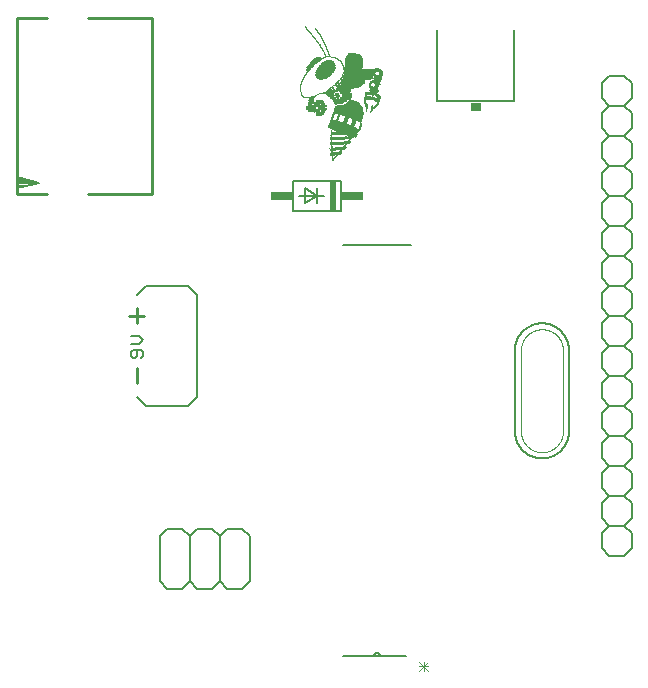
<source format=gto>
G75*
%MOIN*%
%OFA0B0*%
%FSLAX25Y25*%
%IPPOS*%
%LPD*%
%AMOC8*
5,1,8,0,0,1.08239X$1,22.5*
%
%ADD10C,0.00600*%
%ADD11R,0.02000X0.10000*%
%ADD12R,0.07500X0.03000*%
%ADD13C,0.01000*%
%ADD14C,0.00800*%
%ADD15R,0.03400X0.03000*%
%ADD16C,0.00200*%
%ADD17C,0.00300*%
%ADD18R,0.00180X0.00060*%
%ADD19R,0.00300X0.00060*%
%ADD20R,0.00420X0.00060*%
%ADD21R,0.00240X0.00060*%
%ADD22R,0.00240X0.00060*%
%ADD23R,0.00120X0.00060*%
%ADD24R,0.00060X0.00060*%
%ADD25R,0.00780X0.00060*%
%ADD26R,0.01260X0.00060*%
%ADD27R,0.01500X0.00060*%
%ADD28R,0.02220X0.00060*%
%ADD29R,0.02580X0.00060*%
%ADD30R,0.03060X0.00060*%
%ADD31R,0.03300X0.00060*%
%ADD32R,0.03540X0.00060*%
%ADD33R,0.03420X0.00060*%
%ADD34R,0.03180X0.00060*%
%ADD35R,0.02520X0.00060*%
%ADD36R,0.02280X0.00060*%
%ADD37R,0.01740X0.00060*%
%ADD38R,0.01380X0.00060*%
%ADD39R,0.00840X0.00060*%
%ADD40R,0.00480X0.00060*%
%ADD41R,0.00900X0.00060*%
%ADD42R,0.02160X0.00060*%
%ADD43R,0.02940X0.00060*%
%ADD44R,0.03360X0.00060*%
%ADD45R,0.04140X0.00060*%
%ADD46R,0.04560X0.00060*%
%ADD47R,0.04860X0.00060*%
%ADD48R,0.04980X0.00060*%
%ADD49R,0.04920X0.00060*%
%ADD50R,0.03240X0.00060*%
%ADD51R,0.02340X0.00060*%
%ADD52R,0.01980X0.00060*%
%ADD53R,0.01140X0.00060*%
%ADD54R,0.01020X0.00060*%
%ADD55R,0.01080X0.00060*%
%ADD56R,0.02640X0.00060*%
%ADD57R,0.04260X0.00060*%
%ADD58R,0.05100X0.00060*%
%ADD59R,0.05700X0.00060*%
%ADD60R,0.06300X0.00060*%
%ADD61R,0.06360X0.00060*%
%ADD62R,0.06420X0.00060*%
%ADD63R,0.06060X0.00060*%
%ADD64R,0.04740X0.00060*%
%ADD65R,0.02700X0.00060*%
%ADD66R,0.01680X0.00060*%
%ADD67R,0.00120X0.00060*%
%ADD68R,0.00360X0.00060*%
%ADD69R,0.01020X0.00060*%
%ADD70R,0.02820X0.00060*%
%ADD71R,0.04020X0.00060*%
%ADD72R,0.04620X0.00060*%
%ADD73R,0.05820X0.00060*%
%ADD74R,0.07260X0.00060*%
%ADD75R,0.07440X0.00060*%
%ADD76R,0.07380X0.00060*%
%ADD77R,0.06960X0.00060*%
%ADD78R,0.05760X0.00060*%
%ADD79R,0.02100X0.00060*%
%ADD80R,0.02220X0.00060*%
%ADD81R,0.01860X0.00060*%
%ADD82R,0.01440X0.00060*%
%ADD83R,0.03600X0.00060*%
%ADD84R,0.03660X0.00060*%
%ADD85R,0.03480X0.00060*%
%ADD86R,0.03900X0.00060*%
%ADD87R,0.08760X0.00060*%
%ADD88R,0.08820X0.00060*%
%ADD89R,0.08940X0.00060*%
%ADD90R,0.07920X0.00060*%
%ADD91R,0.07140X0.00060*%
%ADD92R,0.05940X0.00060*%
%ADD93R,0.06000X0.00060*%
%ADD94R,0.06480X0.00060*%
%ADD95R,0.06720X0.00060*%
%ADD96R,0.06780X0.00060*%
%ADD97R,0.07500X0.00060*%
%ADD98R,0.07620X0.00060*%
%ADD99R,0.08220X0.00060*%
%ADD100R,0.08280X0.00060*%
%ADD101R,0.08520X0.00060*%
%ADD102R,0.08700X0.00060*%
%ADD103R,0.09420X0.00060*%
%ADD104R,0.09360X0.00060*%
%ADD105R,0.00540X0.00060*%
%ADD106R,0.08640X0.00060*%
%ADD107R,0.00600X0.00060*%
%ADD108R,0.08580X0.00060*%
%ADD109R,0.00540X0.00060*%
%ADD110R,0.00660X0.00060*%
%ADD111R,0.00720X0.00060*%
%ADD112R,0.08460X0.00060*%
%ADD113R,0.00720X0.00060*%
%ADD114R,0.07080X0.00060*%
%ADD115R,0.07020X0.00060*%
%ADD116R,0.06660X0.00060*%
%ADD117R,0.06420X0.00060*%
%ADD118R,0.00960X0.00060*%
%ADD119R,0.06120X0.00060*%
%ADD120R,0.05640X0.00060*%
%ADD121R,0.05580X0.00060*%
%ADD122R,0.01140X0.00060*%
%ADD123R,0.04140X0.00060*%
%ADD124R,0.03780X0.00060*%
%ADD125R,0.03120X0.00060*%
%ADD126R,0.02820X0.00060*%
%ADD127R,0.01560X0.00060*%
%ADD128R,0.01320X0.00060*%
%ADD129R,0.01620X0.00060*%
%ADD130R,0.00840X0.00060*%
%ADD131R,0.01800X0.00060*%
%ADD132R,0.03000X0.00060*%
%ADD133R,0.03720X0.00060*%
%ADD134R,0.03960X0.00060*%
%ADD135R,0.04620X0.00060*%
%ADD136R,0.04680X0.00060*%
%ADD137R,0.05880X0.00060*%
%ADD138R,0.02040X0.00060*%
%ADD139R,0.02400X0.00060*%
%ADD140R,0.07320X0.00060*%
%ADD141R,0.02340X0.00060*%
%ADD142R,0.02460X0.00060*%
%ADD143R,0.07740X0.00060*%
%ADD144R,0.01200X0.00060*%
%ADD145R,0.07860X0.00060*%
%ADD146R,0.07800X0.00060*%
%ADD147R,0.01620X0.00060*%
%ADD148R,0.02040X0.00060*%
%ADD149R,0.06540X0.00060*%
%ADD150R,0.02880X0.00060*%
%ADD151R,0.02940X0.00060*%
%ADD152R,0.05460X0.00060*%
%ADD153R,0.00420X0.00060*%
%ADD154R,0.04320X0.00060*%
%ADD155R,0.05280X0.00060*%
%ADD156R,0.04380X0.00060*%
%ADD157R,0.05220X0.00060*%
%ADD158R,0.04800X0.00060*%
%ADD159R,0.04080X0.00060*%
%ADD160R,0.04440X0.00060*%
%ADD161R,0.04200X0.00060*%
%ADD162R,0.04020X0.00060*%
%ADD163R,0.03540X0.00060*%
%ADD164R,0.04920X0.00060*%
%ADD165R,0.03240X0.00060*%
%ADD166R,0.03120X0.00060*%
%ADD167R,0.06180X0.00060*%
%ADD168R,0.04500X0.00060*%
%ADD169R,0.06900X0.00060*%
%ADD170R,0.01920X0.00060*%
%ADD171R,0.01440X0.00060*%
%ADD172R,0.03720X0.00060*%
%ADD173R,0.03420X0.00060*%
%ADD174R,0.05400X0.00060*%
%ADD175R,0.02520X0.00060*%
%ADD176R,0.02760X0.00060*%
%ADD177R,0.05340X0.00060*%
%ADD178R,0.05340X0.00060*%
%ADD179R,0.02640X0.00060*%
%ADD180R,0.03840X0.00060*%
%ADD181R,0.06240X0.00060*%
%ADD182R,0.06720X0.00060*%
%ADD183R,0.06840X0.00060*%
%ADD184R,0.07020X0.00060*%
%ADD185R,0.07320X0.00060*%
%ADD186R,0.01740X0.00060*%
%ADD187R,0.07620X0.00060*%
%ADD188R,0.07980X0.00060*%
%ADD189R,0.07920X0.00060*%
%ADD190R,0.08040X0.00060*%
%ADD191R,0.08100X0.00060*%
%ADD192R,0.08160X0.00060*%
%ADD193R,0.08220X0.00060*%
%ADD194R,0.09180X0.00060*%
%ADD195R,0.07560X0.00060*%
%ADD196R,0.09300X0.00060*%
%ADD197R,0.09660X0.00060*%
%ADD198R,0.09720X0.00060*%
%ADD199R,0.09780X0.00060*%
%ADD200R,0.09840X0.00060*%
%ADD201R,0.09900X0.00060*%
%ADD202R,0.11040X0.00060*%
%ADD203R,0.10860X0.00060*%
%ADD204R,0.05040X0.00060*%
%ADD205R,0.10920X0.00060*%
%ADD206R,0.10740X0.00060*%
%ADD207R,0.05160X0.00060*%
%ADD208R,0.10680X0.00060*%
%ADD209R,0.06600X0.00060*%
%ADD210R,0.05640X0.00060*%
%ADD211R,0.09060X0.00060*%
%ADD212R,0.05820X0.00060*%
%ADD213R,0.10800X0.00060*%
%ADD214R,0.10980X0.00060*%
%ADD215R,0.11160X0.00060*%
%ADD216R,0.01320X0.00060*%
%ADD217R,0.12780X0.00060*%
%ADD218R,0.05940X0.00060*%
%ADD219R,0.12660X0.00060*%
%ADD220R,0.12720X0.00060*%
%ADD221R,0.01920X0.00060*%
%ADD222R,0.05520X0.00060*%
%ADD223R,0.06240X0.00060*%
%ADD224R,0.05220X0.00060*%
%ADD225R,0.04740X0.00060*%
%ADD226R,0.06120X0.00060*%
%ADD227R,0.05520X0.00060*%
D10*
X0049059Y0052555D02*
X0051559Y0050055D01*
X0056559Y0050055D01*
X0059059Y0052555D01*
X0059059Y0067555D01*
X0061559Y0070055D01*
X0066559Y0070055D01*
X0069059Y0067555D01*
X0071559Y0070055D01*
X0076559Y0070055D01*
X0079059Y0067555D01*
X0079059Y0052555D01*
X0076559Y0050055D01*
X0071559Y0050055D01*
X0069059Y0052555D01*
X0069059Y0067555D01*
X0059059Y0067555D02*
X0056559Y0070055D01*
X0051559Y0070055D01*
X0049059Y0067555D01*
X0049059Y0052555D01*
X0059059Y0052555D02*
X0061559Y0050055D01*
X0066559Y0050055D01*
X0069059Y0052555D01*
X0110300Y0027500D02*
X0120300Y0027500D01*
X0122700Y0027500D01*
X0131300Y0027500D01*
X0122700Y0027500D02*
X0122698Y0027569D01*
X0122692Y0027637D01*
X0122682Y0027705D01*
X0122669Y0027772D01*
X0122651Y0027838D01*
X0122630Y0027903D01*
X0122605Y0027967D01*
X0122577Y0028029D01*
X0122545Y0028090D01*
X0122510Y0028149D01*
X0122471Y0028205D01*
X0122429Y0028260D01*
X0122384Y0028311D01*
X0122336Y0028361D01*
X0122286Y0028407D01*
X0122233Y0028450D01*
X0122177Y0028491D01*
X0122120Y0028528D01*
X0122060Y0028561D01*
X0121998Y0028592D01*
X0121935Y0028618D01*
X0121871Y0028641D01*
X0121805Y0028661D01*
X0121738Y0028676D01*
X0121671Y0028688D01*
X0121603Y0028696D01*
X0121534Y0028700D01*
X0121466Y0028700D01*
X0121397Y0028696D01*
X0121329Y0028688D01*
X0121262Y0028676D01*
X0121195Y0028661D01*
X0121129Y0028641D01*
X0121065Y0028618D01*
X0121002Y0028592D01*
X0120940Y0028561D01*
X0120880Y0028528D01*
X0120823Y0028491D01*
X0120767Y0028450D01*
X0120714Y0028407D01*
X0120664Y0028361D01*
X0120616Y0028311D01*
X0120571Y0028260D01*
X0120529Y0028205D01*
X0120490Y0028149D01*
X0120455Y0028090D01*
X0120423Y0028029D01*
X0120395Y0027967D01*
X0120370Y0027903D01*
X0120349Y0027838D01*
X0120331Y0027772D01*
X0120318Y0027705D01*
X0120308Y0027637D01*
X0120302Y0027569D01*
X0120300Y0027500D01*
X0167500Y0102500D02*
X0167500Y0129500D01*
X0167503Y0129719D01*
X0167511Y0129938D01*
X0167524Y0130157D01*
X0167543Y0130375D01*
X0167567Y0130593D01*
X0167596Y0130810D01*
X0167630Y0131027D01*
X0167670Y0131242D01*
X0167715Y0131457D01*
X0167766Y0131670D01*
X0167821Y0131882D01*
X0167882Y0132093D01*
X0167947Y0132302D01*
X0168018Y0132509D01*
X0168094Y0132715D01*
X0168175Y0132919D01*
X0168260Y0133121D01*
X0168351Y0133320D01*
X0168446Y0133517D01*
X0168547Y0133712D01*
X0168652Y0133905D01*
X0168761Y0134095D01*
X0168875Y0134282D01*
X0168994Y0134466D01*
X0169117Y0134647D01*
X0169245Y0134825D01*
X0169377Y0135001D01*
X0169513Y0135172D01*
X0169653Y0135341D01*
X0169797Y0135506D01*
X0169945Y0135667D01*
X0170097Y0135825D01*
X0170253Y0135979D01*
X0170413Y0136129D01*
X0170576Y0136276D01*
X0170743Y0136418D01*
X0170913Y0136556D01*
X0171087Y0136690D01*
X0171263Y0136820D01*
X0171443Y0136945D01*
X0171626Y0137066D01*
X0171812Y0137182D01*
X0172000Y0137294D01*
X0172191Y0137401D01*
X0172385Y0137504D01*
X0172581Y0137602D01*
X0172779Y0137695D01*
X0172980Y0137783D01*
X0173183Y0137866D01*
X0173388Y0137945D01*
X0173594Y0138018D01*
X0173802Y0138086D01*
X0174012Y0138149D01*
X0174224Y0138207D01*
X0174436Y0138260D01*
X0174650Y0138308D01*
X0174865Y0138350D01*
X0175081Y0138387D01*
X0175298Y0138419D01*
X0175516Y0138446D01*
X0175734Y0138467D01*
X0175952Y0138483D01*
X0176171Y0138494D01*
X0176390Y0138499D01*
X0176610Y0138499D01*
X0176829Y0138494D01*
X0177048Y0138483D01*
X0177266Y0138467D01*
X0177484Y0138446D01*
X0177702Y0138419D01*
X0177919Y0138387D01*
X0178135Y0138350D01*
X0178350Y0138308D01*
X0178564Y0138260D01*
X0178776Y0138207D01*
X0178988Y0138149D01*
X0179198Y0138086D01*
X0179406Y0138018D01*
X0179612Y0137945D01*
X0179817Y0137866D01*
X0180020Y0137783D01*
X0180221Y0137695D01*
X0180419Y0137602D01*
X0180615Y0137504D01*
X0180809Y0137401D01*
X0181000Y0137294D01*
X0181188Y0137182D01*
X0181374Y0137066D01*
X0181557Y0136945D01*
X0181737Y0136820D01*
X0181913Y0136690D01*
X0182087Y0136556D01*
X0182257Y0136418D01*
X0182424Y0136276D01*
X0182587Y0136129D01*
X0182747Y0135979D01*
X0182903Y0135825D01*
X0183055Y0135667D01*
X0183203Y0135506D01*
X0183347Y0135341D01*
X0183487Y0135172D01*
X0183623Y0135001D01*
X0183755Y0134825D01*
X0183883Y0134647D01*
X0184006Y0134466D01*
X0184125Y0134282D01*
X0184239Y0134095D01*
X0184348Y0133905D01*
X0184453Y0133712D01*
X0184554Y0133517D01*
X0184649Y0133320D01*
X0184740Y0133121D01*
X0184825Y0132919D01*
X0184906Y0132715D01*
X0184982Y0132509D01*
X0185053Y0132302D01*
X0185118Y0132093D01*
X0185179Y0131882D01*
X0185234Y0131670D01*
X0185285Y0131457D01*
X0185330Y0131242D01*
X0185370Y0131027D01*
X0185404Y0130810D01*
X0185433Y0130593D01*
X0185457Y0130375D01*
X0185476Y0130157D01*
X0185489Y0129938D01*
X0185497Y0129719D01*
X0185500Y0129500D01*
X0185500Y0102500D01*
X0185497Y0102281D01*
X0185489Y0102062D01*
X0185476Y0101843D01*
X0185457Y0101625D01*
X0185433Y0101407D01*
X0185404Y0101190D01*
X0185370Y0100973D01*
X0185330Y0100758D01*
X0185285Y0100543D01*
X0185234Y0100330D01*
X0185179Y0100118D01*
X0185118Y0099907D01*
X0185053Y0099698D01*
X0184982Y0099491D01*
X0184906Y0099285D01*
X0184825Y0099081D01*
X0184740Y0098879D01*
X0184649Y0098680D01*
X0184554Y0098483D01*
X0184453Y0098288D01*
X0184348Y0098095D01*
X0184239Y0097905D01*
X0184125Y0097718D01*
X0184006Y0097534D01*
X0183883Y0097353D01*
X0183755Y0097175D01*
X0183623Y0096999D01*
X0183487Y0096828D01*
X0183347Y0096659D01*
X0183203Y0096494D01*
X0183055Y0096333D01*
X0182903Y0096175D01*
X0182747Y0096021D01*
X0182587Y0095871D01*
X0182424Y0095724D01*
X0182257Y0095582D01*
X0182087Y0095444D01*
X0181913Y0095310D01*
X0181737Y0095180D01*
X0181557Y0095055D01*
X0181374Y0094934D01*
X0181188Y0094818D01*
X0181000Y0094706D01*
X0180809Y0094599D01*
X0180615Y0094496D01*
X0180419Y0094398D01*
X0180221Y0094305D01*
X0180020Y0094217D01*
X0179817Y0094134D01*
X0179612Y0094055D01*
X0179406Y0093982D01*
X0179198Y0093914D01*
X0178988Y0093851D01*
X0178776Y0093793D01*
X0178564Y0093740D01*
X0178350Y0093692D01*
X0178135Y0093650D01*
X0177919Y0093613D01*
X0177702Y0093581D01*
X0177484Y0093554D01*
X0177266Y0093533D01*
X0177048Y0093517D01*
X0176829Y0093506D01*
X0176610Y0093501D01*
X0176390Y0093501D01*
X0176171Y0093506D01*
X0175952Y0093517D01*
X0175734Y0093533D01*
X0175516Y0093554D01*
X0175298Y0093581D01*
X0175081Y0093613D01*
X0174865Y0093650D01*
X0174650Y0093692D01*
X0174436Y0093740D01*
X0174224Y0093793D01*
X0174012Y0093851D01*
X0173802Y0093914D01*
X0173594Y0093982D01*
X0173388Y0094055D01*
X0173183Y0094134D01*
X0172980Y0094217D01*
X0172779Y0094305D01*
X0172581Y0094398D01*
X0172385Y0094496D01*
X0172191Y0094599D01*
X0172000Y0094706D01*
X0171812Y0094818D01*
X0171626Y0094934D01*
X0171443Y0095055D01*
X0171263Y0095180D01*
X0171087Y0095310D01*
X0170913Y0095444D01*
X0170743Y0095582D01*
X0170576Y0095724D01*
X0170413Y0095871D01*
X0170253Y0096021D01*
X0170097Y0096175D01*
X0169945Y0096333D01*
X0169797Y0096494D01*
X0169653Y0096659D01*
X0169513Y0096828D01*
X0169377Y0096999D01*
X0169245Y0097175D01*
X0169117Y0097353D01*
X0168994Y0097534D01*
X0168875Y0097718D01*
X0168761Y0097905D01*
X0168652Y0098095D01*
X0168547Y0098288D01*
X0168446Y0098483D01*
X0168351Y0098680D01*
X0168260Y0098879D01*
X0168175Y0099081D01*
X0168094Y0099285D01*
X0168018Y0099491D01*
X0167947Y0099698D01*
X0167882Y0099907D01*
X0167821Y0100118D01*
X0167766Y0100330D01*
X0167715Y0100543D01*
X0167670Y0100758D01*
X0167630Y0100973D01*
X0167596Y0101190D01*
X0167567Y0101407D01*
X0167543Y0101625D01*
X0167524Y0101843D01*
X0167511Y0102062D01*
X0167503Y0102281D01*
X0167500Y0102500D01*
X0196500Y0103500D02*
X0196500Y0108500D01*
X0199000Y0111000D01*
X0196500Y0113500D01*
X0196500Y0118500D01*
X0199000Y0121000D01*
X0196500Y0123500D01*
X0196500Y0128500D01*
X0199000Y0131000D01*
X0196500Y0133500D01*
X0196500Y0138500D01*
X0199000Y0141000D01*
X0196500Y0143500D01*
X0196500Y0148500D01*
X0199000Y0151000D01*
X0196500Y0153500D01*
X0196500Y0158500D01*
X0199000Y0161000D01*
X0196500Y0163500D01*
X0196500Y0168500D01*
X0199000Y0171000D01*
X0196500Y0173500D01*
X0196500Y0178500D01*
X0199000Y0181000D01*
X0196500Y0183500D01*
X0196500Y0188500D01*
X0199000Y0191000D01*
X0196500Y0193500D01*
X0196500Y0198500D01*
X0199000Y0201000D01*
X0196500Y0203500D01*
X0196500Y0208500D01*
X0199000Y0211000D01*
X0196500Y0213500D01*
X0196500Y0218500D01*
X0199000Y0221000D01*
X0204000Y0221000D01*
X0206500Y0218500D01*
X0206500Y0213500D01*
X0204000Y0211000D01*
X0206500Y0208500D01*
X0206500Y0203500D01*
X0204000Y0201000D01*
X0199000Y0201000D01*
X0204000Y0201000D02*
X0206500Y0198500D01*
X0206500Y0193500D01*
X0204000Y0191000D01*
X0206500Y0188500D01*
X0206500Y0183500D01*
X0204000Y0181000D01*
X0206500Y0178500D01*
X0206500Y0173500D01*
X0204000Y0171000D01*
X0199000Y0171000D01*
X0204000Y0171000D02*
X0206500Y0168500D01*
X0206500Y0163500D01*
X0204000Y0161000D01*
X0206500Y0158500D01*
X0206500Y0153500D01*
X0204000Y0151000D01*
X0206500Y0148500D01*
X0206500Y0143500D01*
X0204000Y0141000D01*
X0199000Y0141000D01*
X0204000Y0141000D02*
X0206500Y0138500D01*
X0206500Y0133500D01*
X0204000Y0131000D01*
X0206500Y0128500D01*
X0206500Y0123500D01*
X0204000Y0121000D01*
X0206500Y0118500D01*
X0206500Y0113500D01*
X0204000Y0111000D01*
X0199000Y0111000D01*
X0204000Y0111000D02*
X0206500Y0108500D01*
X0206500Y0103500D01*
X0204000Y0101000D01*
X0206500Y0098500D01*
X0206500Y0093500D01*
X0204000Y0091000D01*
X0206500Y0088500D01*
X0206500Y0083500D01*
X0204000Y0081000D01*
X0199000Y0081000D01*
X0196500Y0083500D01*
X0196500Y0088500D01*
X0199000Y0091000D01*
X0196500Y0093500D01*
X0196500Y0098500D01*
X0199000Y0101000D01*
X0196500Y0103500D01*
X0199000Y0101000D02*
X0204000Y0101000D01*
X0204000Y0091000D02*
X0199000Y0091000D01*
X0199000Y0081000D02*
X0196500Y0078500D01*
X0196500Y0073500D01*
X0199000Y0071000D01*
X0196500Y0068500D01*
X0196500Y0063500D01*
X0199000Y0061000D01*
X0204000Y0061000D01*
X0206500Y0063500D01*
X0206500Y0068500D01*
X0204000Y0071000D01*
X0199000Y0071000D01*
X0204000Y0071000D02*
X0206500Y0073500D01*
X0206500Y0078500D01*
X0204000Y0081000D01*
X0204000Y0121000D02*
X0199000Y0121000D01*
X0199000Y0131000D02*
X0204000Y0131000D01*
X0204000Y0151000D02*
X0199000Y0151000D01*
X0199000Y0161000D02*
X0204000Y0161000D01*
X0204000Y0181000D02*
X0199000Y0181000D01*
X0199000Y0191000D02*
X0204000Y0191000D01*
X0204000Y0211000D02*
X0199000Y0211000D01*
X0132700Y0164500D02*
X0110300Y0164500D01*
X0109500Y0176000D02*
X0109500Y0186000D01*
X0093500Y0186000D01*
X0093500Y0176000D01*
X0109500Y0176000D01*
X0104000Y0181000D02*
X0101500Y0181000D01*
X0101500Y0183500D01*
X0101500Y0181000D02*
X0101500Y0178500D01*
X0101500Y0181000D02*
X0097500Y0178500D01*
X0097500Y0183500D01*
X0101500Y0181000D01*
X0095500Y0181000D01*
X0061500Y0148000D02*
X0061500Y0114000D01*
X0058500Y0111000D01*
X0044500Y0111000D01*
X0041500Y0114000D01*
X0041500Y0148000D02*
X0044500Y0151000D01*
X0058500Y0151000D01*
X0061500Y0148000D01*
D11*
X0107000Y0181000D03*
D12*
X0113250Y0181000D03*
X0089750Y0181000D03*
D13*
X0046500Y0181625D02*
X0046500Y0240375D01*
X0025250Y0240375D01*
X0011500Y0240375D02*
X0001500Y0240375D01*
X0001500Y0181625D01*
X0011500Y0181625D01*
X0025250Y0181625D02*
X0046500Y0181625D01*
X0041500Y0143500D02*
X0041500Y0138500D01*
X0044000Y0141000D02*
X0039000Y0141000D01*
X0041500Y0123500D02*
X0041500Y0118500D01*
D14*
X0040798Y0126900D02*
X0041499Y0127601D01*
X0041499Y0129702D01*
X0042900Y0129702D02*
X0040097Y0129702D01*
X0039397Y0129002D01*
X0039397Y0127601D01*
X0040097Y0126900D01*
X0040798Y0126900D01*
X0042900Y0126900D02*
X0043600Y0127601D01*
X0043600Y0129002D01*
X0042900Y0129702D01*
X0042199Y0131504D02*
X0043600Y0132905D01*
X0042199Y0134306D01*
X0039397Y0134306D01*
X0039397Y0131504D02*
X0042199Y0131504D01*
X0009000Y0185375D02*
X0001500Y0183500D01*
X0001500Y0187250D01*
X0009000Y0185375D01*
X0007950Y0185113D02*
X0001500Y0185113D01*
X0001500Y0185911D02*
X0006856Y0185911D01*
X0004757Y0184314D02*
X0001500Y0184314D01*
X0001500Y0183516D02*
X0001563Y0183516D01*
X0001500Y0186710D02*
X0003662Y0186710D01*
X0141473Y0212500D02*
X0141474Y0236100D01*
X0141473Y0212500D02*
X0167276Y0212500D01*
X0167274Y0236100D01*
D15*
X0154374Y0210600D03*
D16*
X0169500Y0129500D02*
X0169500Y0102500D01*
X0169502Y0102330D01*
X0169508Y0102159D01*
X0169519Y0101989D01*
X0169533Y0101819D01*
X0169552Y0101650D01*
X0169575Y0101481D01*
X0169601Y0101312D01*
X0169632Y0101145D01*
X0169667Y0100978D01*
X0169707Y0100812D01*
X0169750Y0100647D01*
X0169797Y0100483D01*
X0169848Y0100321D01*
X0169903Y0100159D01*
X0169962Y0099999D01*
X0170025Y0099841D01*
X0170091Y0099684D01*
X0170162Y0099529D01*
X0170236Y0099375D01*
X0170314Y0099224D01*
X0170396Y0099074D01*
X0170481Y0098926D01*
X0170570Y0098781D01*
X0170662Y0098638D01*
X0170758Y0098497D01*
X0170857Y0098358D01*
X0170960Y0098222D01*
X0171065Y0098088D01*
X0171174Y0097957D01*
X0171287Y0097829D01*
X0171402Y0097703D01*
X0171520Y0097580D01*
X0171641Y0097461D01*
X0171766Y0097344D01*
X0171893Y0097230D01*
X0172022Y0097119D01*
X0172155Y0097012D01*
X0172290Y0096908D01*
X0172427Y0096807D01*
X0172567Y0096709D01*
X0172709Y0096615D01*
X0172853Y0096525D01*
X0173000Y0096438D01*
X0173149Y0096354D01*
X0173299Y0096275D01*
X0173452Y0096199D01*
X0173606Y0096126D01*
X0173762Y0096058D01*
X0173920Y0095993D01*
X0174079Y0095932D01*
X0174240Y0095875D01*
X0174402Y0095822D01*
X0174565Y0095773D01*
X0174729Y0095728D01*
X0174895Y0095687D01*
X0175061Y0095649D01*
X0175229Y0095616D01*
X0175397Y0095588D01*
X0175565Y0095563D01*
X0175734Y0095542D01*
X0175904Y0095525D01*
X0176074Y0095513D01*
X0176244Y0095505D01*
X0176415Y0095501D01*
X0176585Y0095501D01*
X0176756Y0095505D01*
X0176926Y0095513D01*
X0177096Y0095525D01*
X0177266Y0095542D01*
X0177435Y0095563D01*
X0177603Y0095588D01*
X0177771Y0095616D01*
X0177939Y0095649D01*
X0178105Y0095687D01*
X0178271Y0095728D01*
X0178435Y0095773D01*
X0178598Y0095822D01*
X0178760Y0095875D01*
X0178921Y0095932D01*
X0179080Y0095993D01*
X0179238Y0096058D01*
X0179394Y0096126D01*
X0179548Y0096199D01*
X0179701Y0096275D01*
X0179851Y0096354D01*
X0180000Y0096438D01*
X0180147Y0096525D01*
X0180291Y0096615D01*
X0180433Y0096709D01*
X0180573Y0096807D01*
X0180710Y0096908D01*
X0180845Y0097012D01*
X0180978Y0097119D01*
X0181107Y0097230D01*
X0181234Y0097344D01*
X0181359Y0097461D01*
X0181480Y0097580D01*
X0181598Y0097703D01*
X0181713Y0097829D01*
X0181826Y0097957D01*
X0181935Y0098088D01*
X0182040Y0098222D01*
X0182143Y0098358D01*
X0182242Y0098497D01*
X0182338Y0098638D01*
X0182430Y0098781D01*
X0182519Y0098926D01*
X0182604Y0099074D01*
X0182686Y0099224D01*
X0182764Y0099375D01*
X0182838Y0099529D01*
X0182909Y0099684D01*
X0182975Y0099841D01*
X0183038Y0099999D01*
X0183097Y0100159D01*
X0183152Y0100321D01*
X0183203Y0100483D01*
X0183250Y0100647D01*
X0183293Y0100812D01*
X0183333Y0100978D01*
X0183368Y0101145D01*
X0183399Y0101312D01*
X0183425Y0101481D01*
X0183448Y0101650D01*
X0183467Y0101819D01*
X0183481Y0101989D01*
X0183492Y0102159D01*
X0183498Y0102330D01*
X0183500Y0102500D01*
X0183500Y0129500D01*
X0183498Y0129670D01*
X0183492Y0129841D01*
X0183481Y0130011D01*
X0183467Y0130181D01*
X0183448Y0130350D01*
X0183425Y0130519D01*
X0183399Y0130688D01*
X0183368Y0130855D01*
X0183333Y0131022D01*
X0183293Y0131188D01*
X0183250Y0131353D01*
X0183203Y0131517D01*
X0183152Y0131679D01*
X0183097Y0131841D01*
X0183038Y0132001D01*
X0182975Y0132159D01*
X0182909Y0132316D01*
X0182838Y0132471D01*
X0182764Y0132625D01*
X0182686Y0132776D01*
X0182604Y0132926D01*
X0182519Y0133074D01*
X0182430Y0133219D01*
X0182338Y0133362D01*
X0182242Y0133503D01*
X0182143Y0133642D01*
X0182040Y0133778D01*
X0181935Y0133912D01*
X0181826Y0134043D01*
X0181713Y0134171D01*
X0181598Y0134297D01*
X0181480Y0134420D01*
X0181359Y0134539D01*
X0181234Y0134656D01*
X0181107Y0134770D01*
X0180978Y0134881D01*
X0180845Y0134988D01*
X0180710Y0135092D01*
X0180573Y0135193D01*
X0180433Y0135291D01*
X0180291Y0135385D01*
X0180147Y0135475D01*
X0180000Y0135562D01*
X0179851Y0135646D01*
X0179701Y0135725D01*
X0179548Y0135801D01*
X0179394Y0135874D01*
X0179238Y0135942D01*
X0179080Y0136007D01*
X0178921Y0136068D01*
X0178760Y0136125D01*
X0178598Y0136178D01*
X0178435Y0136227D01*
X0178271Y0136272D01*
X0178105Y0136313D01*
X0177939Y0136351D01*
X0177771Y0136384D01*
X0177603Y0136412D01*
X0177435Y0136437D01*
X0177266Y0136458D01*
X0177096Y0136475D01*
X0176926Y0136487D01*
X0176756Y0136495D01*
X0176585Y0136499D01*
X0176415Y0136499D01*
X0176244Y0136495D01*
X0176074Y0136487D01*
X0175904Y0136475D01*
X0175734Y0136458D01*
X0175565Y0136437D01*
X0175397Y0136412D01*
X0175229Y0136384D01*
X0175061Y0136351D01*
X0174895Y0136313D01*
X0174729Y0136272D01*
X0174565Y0136227D01*
X0174402Y0136178D01*
X0174240Y0136125D01*
X0174079Y0136068D01*
X0173920Y0136007D01*
X0173762Y0135942D01*
X0173606Y0135874D01*
X0173452Y0135801D01*
X0173299Y0135725D01*
X0173149Y0135646D01*
X0173000Y0135562D01*
X0172853Y0135475D01*
X0172709Y0135385D01*
X0172567Y0135291D01*
X0172427Y0135193D01*
X0172290Y0135092D01*
X0172155Y0134988D01*
X0172022Y0134881D01*
X0171893Y0134770D01*
X0171766Y0134656D01*
X0171641Y0134539D01*
X0171520Y0134420D01*
X0171402Y0134297D01*
X0171287Y0134171D01*
X0171174Y0134043D01*
X0171065Y0133912D01*
X0170960Y0133778D01*
X0170857Y0133642D01*
X0170758Y0133503D01*
X0170662Y0133362D01*
X0170570Y0133219D01*
X0170481Y0133074D01*
X0170396Y0132926D01*
X0170314Y0132776D01*
X0170236Y0132625D01*
X0170162Y0132471D01*
X0170091Y0132316D01*
X0170025Y0132159D01*
X0169962Y0132001D01*
X0169903Y0131841D01*
X0169848Y0131679D01*
X0169797Y0131517D01*
X0169750Y0131353D01*
X0169707Y0131188D01*
X0169667Y0131022D01*
X0169632Y0130855D01*
X0169601Y0130688D01*
X0169575Y0130519D01*
X0169552Y0130350D01*
X0169533Y0130181D01*
X0169519Y0130011D01*
X0169508Y0129841D01*
X0169502Y0129670D01*
X0169500Y0129500D01*
D17*
X0138650Y0025666D02*
X0135514Y0022530D01*
X0135514Y0024098D02*
X0138650Y0024098D01*
X0138650Y0022530D02*
X0135514Y0025666D01*
X0137082Y0025666D02*
X0137082Y0022530D01*
D18*
X0106739Y0192477D03*
X0106798Y0192537D03*
X0106739Y0192837D03*
X0106739Y0192897D03*
X0106739Y0192957D03*
X0106739Y0193017D03*
X0106739Y0193077D03*
X0106739Y0193137D03*
X0106739Y0193197D03*
X0106739Y0193257D03*
X0106739Y0193317D03*
X0106739Y0193377D03*
X0106739Y0193437D03*
X0106739Y0193497D03*
X0106739Y0193557D03*
X0106739Y0193617D03*
X0106739Y0193677D03*
X0106739Y0193737D03*
X0106739Y0193797D03*
X0106739Y0193857D03*
X0106739Y0193917D03*
X0106739Y0194037D03*
X0106739Y0194157D03*
X0106739Y0194277D03*
X0106679Y0195057D03*
X0106739Y0195117D03*
X0106679Y0195177D03*
X0106739Y0195237D03*
X0106679Y0195297D03*
X0106739Y0195357D03*
X0106679Y0195417D03*
X0106739Y0195477D03*
X0106679Y0195537D03*
X0106739Y0195597D03*
X0106679Y0195657D03*
X0106739Y0195717D03*
X0106679Y0195777D03*
X0106739Y0195837D03*
X0106679Y0195897D03*
X0106679Y0196737D03*
X0106679Y0196857D03*
X0106679Y0196977D03*
X0106679Y0197097D03*
X0106679Y0197217D03*
X0106679Y0197337D03*
X0106679Y0197397D03*
X0106679Y0197457D03*
X0106679Y0197517D03*
X0106679Y0197577D03*
X0106679Y0197637D03*
X0106679Y0197697D03*
X0106679Y0198537D03*
X0106679Y0198657D03*
X0106679Y0198777D03*
X0106679Y0198897D03*
X0106679Y0199017D03*
X0106679Y0199137D03*
X0106679Y0199257D03*
X0106679Y0199377D03*
X0106679Y0200217D03*
X0106619Y0200277D03*
X0106679Y0200337D03*
X0106619Y0200397D03*
X0106679Y0200457D03*
X0106619Y0200517D03*
X0106679Y0200577D03*
X0106619Y0200637D03*
X0106619Y0200757D03*
X0106619Y0200877D03*
X0106619Y0200997D03*
X0106319Y0201057D03*
X0106679Y0201777D03*
X0106619Y0201837D03*
X0106619Y0201897D03*
X0106619Y0201957D03*
X0106619Y0202017D03*
X0106619Y0202077D03*
X0106619Y0202137D03*
X0106619Y0202197D03*
X0106619Y0202257D03*
X0106619Y0202317D03*
X0106619Y0202377D03*
X0106619Y0202437D03*
X0106619Y0202497D03*
X0106619Y0202557D03*
X0106619Y0202617D03*
X0106619Y0202677D03*
X0106619Y0202737D03*
X0103198Y0207657D03*
X0107579Y0211677D03*
X0107939Y0211317D03*
X0108179Y0211197D03*
X0108419Y0211077D03*
X0108598Y0211017D03*
X0108298Y0210717D03*
X0109198Y0210897D03*
X0110039Y0210897D03*
X0110519Y0211017D03*
X0110698Y0211077D03*
X0110879Y0211137D03*
X0110939Y0211197D03*
X0111119Y0211257D03*
X0111179Y0211317D03*
X0111419Y0211437D03*
X0110159Y0211737D03*
X0109679Y0211617D03*
X0108419Y0213597D03*
X0107459Y0215397D03*
X0107459Y0215517D03*
X0106079Y0216537D03*
X0106079Y0216597D03*
X0107098Y0217437D03*
X0107819Y0218037D03*
X0108598Y0218697D03*
X0108659Y0218757D03*
X0108779Y0218877D03*
X0109019Y0219117D03*
X0109498Y0219597D03*
X0109619Y0219717D03*
X0109739Y0219837D03*
X0108719Y0217377D03*
X0103739Y0215037D03*
X0103259Y0214917D03*
X0102179Y0214677D03*
X0101939Y0214557D03*
X0101698Y0214437D03*
X0101639Y0214377D03*
X0101398Y0214257D03*
X0101159Y0214137D03*
X0097319Y0213657D03*
X0097019Y0213837D03*
X0097739Y0220917D03*
X0098279Y0221757D03*
X0103739Y0226677D03*
X0103979Y0226797D03*
X0104219Y0226917D03*
X0104398Y0226977D03*
X0104639Y0227457D03*
X0104519Y0227697D03*
X0104398Y0227937D03*
X0104279Y0228177D03*
X0104159Y0228417D03*
X0104039Y0228657D03*
X0103919Y0228897D03*
X0105119Y0229377D03*
X0105179Y0229317D03*
X0105239Y0229137D03*
X0105359Y0228897D03*
X0105359Y0228777D03*
X0105479Y0228537D03*
X0105598Y0228177D03*
X0105659Y0227997D03*
X0105719Y0227817D03*
X0105839Y0227577D03*
X0105839Y0227457D03*
X0105898Y0227397D03*
X0105959Y0227217D03*
X0106319Y0227097D03*
X0107398Y0226857D03*
X0107579Y0226797D03*
X0107759Y0226737D03*
X0107939Y0226677D03*
X0108179Y0226557D03*
X0108419Y0226437D03*
X0108659Y0226317D03*
X0108719Y0226257D03*
X0108779Y0226197D03*
X0109019Y0226077D03*
X0109139Y0225957D03*
X0109259Y0225837D03*
X0109739Y0225357D03*
X0109859Y0225237D03*
X0110098Y0224877D03*
X0105119Y0229497D03*
X0105059Y0229557D03*
X0104998Y0229737D03*
X0104939Y0229917D03*
X0104879Y0229977D03*
X0104879Y0230097D03*
X0104759Y0230337D03*
X0104698Y0230517D03*
X0104639Y0230577D03*
X0104639Y0230697D03*
X0104579Y0230757D03*
X0104519Y0230937D03*
X0104398Y0231177D03*
X0104398Y0231297D03*
X0104339Y0231357D03*
X0104279Y0231417D03*
X0104279Y0231537D03*
X0104219Y0231597D03*
X0104159Y0231777D03*
X0104098Y0231837D03*
X0104039Y0232017D03*
X0103919Y0232257D03*
X0103798Y0232497D03*
X0103679Y0232737D03*
X0103559Y0232977D03*
X0103498Y0233037D03*
X0103439Y0233217D03*
X0103379Y0233277D03*
X0103319Y0233337D03*
X0103319Y0233457D03*
X0103259Y0233517D03*
X0103198Y0233577D03*
X0103139Y0233697D03*
X0103079Y0233817D03*
X0103019Y0233877D03*
X0102959Y0233937D03*
X0102898Y0234117D03*
X0102839Y0234177D03*
X0102719Y0234417D03*
X0102659Y0234477D03*
X0102598Y0234537D03*
X0102539Y0234657D03*
X0102479Y0234777D03*
X0102419Y0234837D03*
X0102359Y0234897D03*
X0102239Y0235137D03*
X0102119Y0235257D03*
X0102059Y0235317D03*
X0101998Y0235377D03*
X0101939Y0235497D03*
X0101879Y0235617D03*
X0101819Y0235677D03*
X0101759Y0235737D03*
X0101698Y0235797D03*
X0101639Y0235857D03*
X0101519Y0236097D03*
X0101398Y0236217D03*
X0101339Y0236277D03*
X0101279Y0236337D03*
X0101219Y0236397D03*
X0101159Y0236457D03*
X0101098Y0236637D03*
X0099239Y0235377D03*
X0099119Y0235497D03*
X0099059Y0235557D03*
X0098998Y0235617D03*
X0098939Y0235677D03*
X0098879Y0235737D03*
X0098759Y0235857D03*
X0098639Y0236097D03*
X0098519Y0236217D03*
X0098459Y0236277D03*
X0098398Y0236337D03*
X0098339Y0236397D03*
X0098279Y0236457D03*
X0098219Y0236517D03*
X0098159Y0236577D03*
X0097859Y0236997D03*
X0097798Y0237057D03*
X0099479Y0235017D03*
X0099598Y0234897D03*
X0099659Y0234837D03*
X0099719Y0234777D03*
X0099839Y0234657D03*
X0100019Y0234417D03*
X0100198Y0234177D03*
X0100259Y0234117D03*
X0100319Y0234057D03*
X0100439Y0233937D03*
X0100679Y0233577D03*
X0100798Y0233457D03*
X0101159Y0232977D03*
X0101279Y0232857D03*
X0101639Y0232377D03*
X0101759Y0232257D03*
X0101998Y0231897D03*
X0102598Y0231057D03*
X0102839Y0230697D03*
X0111839Y0212817D03*
X0118559Y0210897D03*
X0118559Y0210777D03*
X0118498Y0210597D03*
X0118619Y0211077D03*
X0119998Y0210537D03*
X0119998Y0210417D03*
X0119939Y0210237D03*
X0120059Y0210717D03*
X0120119Y0210777D03*
X0118079Y0208977D03*
X0120059Y0213837D03*
X0120119Y0213897D03*
X0120119Y0214017D03*
X0121798Y0215217D03*
X0121859Y0215157D03*
X0122879Y0220017D03*
X0122939Y0220077D03*
X0114598Y0200457D03*
X0112798Y0199617D03*
X0112679Y0199497D03*
X0112559Y0199377D03*
X0111359Y0197937D03*
X0111298Y0197877D03*
X0111239Y0197817D03*
X0111179Y0197757D03*
X0111119Y0197697D03*
X0110639Y0197097D03*
X0109919Y0196257D03*
X0109798Y0196137D03*
X0109319Y0195537D03*
X0109198Y0195417D03*
X0107998Y0193977D03*
X0107879Y0193857D03*
X0107819Y0193797D03*
X0107759Y0193737D03*
X0107639Y0193617D03*
X0107279Y0193137D03*
X0107219Y0193077D03*
X0107159Y0193017D03*
X0107098Y0192957D03*
X0107039Y0192897D03*
D19*
X0106859Y0192657D03*
X0106799Y0192597D03*
X0107399Y0193317D03*
X0107459Y0193377D03*
X0107519Y0193437D03*
X0107639Y0193557D03*
X0108119Y0194157D03*
X0108179Y0194217D03*
X0108239Y0194277D03*
X0108359Y0194397D03*
X0109199Y0195357D03*
X0109319Y0195597D03*
X0109439Y0195717D03*
X0109559Y0195837D03*
X0109619Y0195897D03*
X0109799Y0196077D03*
X0110759Y0197277D03*
X0110819Y0197337D03*
X0110879Y0197397D03*
X0110939Y0197457D03*
X0110999Y0197517D03*
X0111479Y0198117D03*
X0112199Y0198957D03*
X0112259Y0199017D03*
X0112319Y0199077D03*
X0112799Y0199677D03*
X0112919Y0199797D03*
X0116159Y0205137D03*
X0116159Y0205197D03*
X0116099Y0205377D03*
X0116759Y0207777D03*
X0118079Y0209037D03*
X0118079Y0209157D03*
X0118079Y0209277D03*
X0118139Y0209337D03*
X0118139Y0209397D03*
X0118139Y0209457D03*
X0118199Y0209517D03*
X0118199Y0209637D03*
X0118259Y0209697D03*
X0118559Y0210837D03*
X0119999Y0210597D03*
X0119999Y0210477D03*
X0119939Y0210177D03*
X0119819Y0209337D03*
X0119759Y0209277D03*
X0119759Y0209157D03*
X0119699Y0209097D03*
X0119699Y0209037D03*
X0119699Y0208977D03*
X0119639Y0208917D03*
X0119639Y0208797D03*
X0119639Y0208677D03*
X0119579Y0208617D03*
X0120119Y0214077D03*
X0120179Y0214137D03*
X0120119Y0219237D03*
X0122879Y0219957D03*
X0109439Y0215037D03*
X0109619Y0213537D03*
X0107459Y0213537D03*
X0107279Y0215037D03*
X0107459Y0215337D03*
X0107819Y0217977D03*
X0108599Y0218637D03*
X0108659Y0218577D03*
X0103019Y0214857D03*
X0101039Y0214077D03*
X0100679Y0213957D03*
X0100619Y0212097D03*
X0097919Y0213477D03*
X0097439Y0213597D03*
X0100919Y0208797D03*
X0106619Y0201057D03*
X0106679Y0197757D03*
X0108839Y0210957D03*
X0110279Y0210957D03*
X0098339Y0221937D03*
X0098279Y0221877D03*
X0104339Y0228057D03*
X0104399Y0227997D03*
X0104399Y0227877D03*
X0104459Y0227817D03*
X0104519Y0227757D03*
X0104519Y0227637D03*
X0104579Y0227577D03*
X0104639Y0227517D03*
X0104639Y0227397D03*
X0104699Y0227337D03*
X0104699Y0227277D03*
X0104759Y0227157D03*
X0104819Y0227097D03*
X0104639Y0227037D03*
X0104279Y0228117D03*
X0104279Y0228237D03*
X0104219Y0228297D03*
X0104159Y0228357D03*
X0104159Y0228477D03*
X0104099Y0228537D03*
X0104039Y0228597D03*
X0104039Y0228717D03*
X0103979Y0228777D03*
X0103919Y0228837D03*
X0103919Y0228957D03*
X0103859Y0229017D03*
X0103799Y0229077D03*
X0103739Y0229197D03*
X0103679Y0229317D03*
X0103619Y0229377D03*
X0103559Y0229557D03*
X0103499Y0229617D03*
X0103439Y0229677D03*
X0103379Y0229857D03*
X0103319Y0229917D03*
X0103199Y0230157D03*
X0103139Y0230217D03*
X0103079Y0230277D03*
X0103019Y0230397D03*
X0102959Y0230517D03*
X0102899Y0230577D03*
X0102839Y0230637D03*
X0102719Y0230877D03*
X0102659Y0230937D03*
X0102599Y0230997D03*
X0102479Y0231237D03*
X0102419Y0231297D03*
X0102359Y0231357D03*
X0102299Y0231477D03*
X0102239Y0231597D03*
X0102179Y0231657D03*
X0102119Y0231717D03*
X0101999Y0231837D03*
X0101879Y0232077D03*
X0101819Y0232137D03*
X0101759Y0232197D03*
X0101519Y0232557D03*
X0101459Y0232617D03*
X0101399Y0232677D03*
X0101159Y0233037D03*
X0101099Y0233097D03*
X0101039Y0233157D03*
X0100559Y0233757D03*
X0100439Y0233877D03*
X0099959Y0234477D03*
X0099359Y0235197D03*
X0098759Y0235917D03*
X0098639Y0236037D03*
X0098039Y0236757D03*
X0101519Y0236037D03*
X0101639Y0235917D03*
X0102239Y0235077D03*
X0102479Y0234717D03*
X0102959Y0233997D03*
X0103319Y0233397D03*
X0103439Y0233157D03*
X0104279Y0231477D03*
X0104399Y0231237D03*
X0104639Y0230637D03*
X0104879Y0230037D03*
X0105119Y0229437D03*
X0105239Y0229197D03*
X0105239Y0229077D03*
X0105359Y0228837D03*
X0105419Y0228657D03*
X0105479Y0228477D03*
X0105719Y0227877D03*
X0105839Y0227517D03*
X0105899Y0227337D03*
X0105959Y0227277D03*
X0107159Y0226917D03*
D20*
X0107998Y0217617D03*
X0106798Y0216657D03*
X0107159Y0216177D03*
X0108298Y0215517D03*
X0108598Y0213057D03*
X0108359Y0210657D03*
X0112498Y0212997D03*
X0116698Y0207837D03*
X0118198Y0209877D03*
X0118198Y0209937D03*
X0122759Y0219897D03*
X0106259Y0197757D03*
X0106259Y0194277D03*
X0106859Y0192777D03*
X0106859Y0192717D03*
D21*
X0107009Y0192837D03*
X0107309Y0193197D03*
X0107369Y0193257D03*
X0107548Y0193497D03*
X0107909Y0193917D03*
X0108088Y0194097D03*
X0108269Y0194337D03*
X0108388Y0194457D03*
X0108448Y0194517D03*
X0109409Y0195657D03*
X0109648Y0195957D03*
X0109709Y0196017D03*
X0109888Y0196197D03*
X0110669Y0197157D03*
X0111088Y0197637D03*
X0111388Y0197997D03*
X0111448Y0198057D03*
X0112169Y0198897D03*
X0112348Y0199137D03*
X0112409Y0199197D03*
X0112469Y0199257D03*
X0112588Y0199437D03*
X0112709Y0199557D03*
X0112888Y0199737D03*
X0112948Y0199857D03*
X0106648Y0199437D03*
X0106648Y0199317D03*
X0106648Y0199197D03*
X0106648Y0199077D03*
X0106648Y0198957D03*
X0106648Y0198837D03*
X0106648Y0198717D03*
X0106648Y0198597D03*
X0106709Y0197277D03*
X0106709Y0197157D03*
X0106709Y0197037D03*
X0106709Y0196917D03*
X0106709Y0196797D03*
X0116788Y0207717D03*
X0118048Y0209097D03*
X0118109Y0209217D03*
X0118169Y0209577D03*
X0118588Y0210957D03*
X0118588Y0211017D03*
X0119969Y0210357D03*
X0119969Y0210297D03*
X0119669Y0208857D03*
X0119609Y0208737D03*
X0119548Y0208557D03*
X0120088Y0213957D03*
X0122369Y0217917D03*
X0119369Y0218937D03*
X0106648Y0217017D03*
X0098309Y0221817D03*
X0103769Y0229137D03*
X0103709Y0229257D03*
X0103588Y0229437D03*
X0103588Y0229497D03*
X0103409Y0229737D03*
X0103409Y0229797D03*
X0103288Y0229977D03*
X0103048Y0230337D03*
X0102988Y0230457D03*
X0102809Y0230757D03*
X0102748Y0230817D03*
X0102509Y0231177D03*
X0102269Y0231537D03*
X0102088Y0231777D03*
X0101969Y0231957D03*
X0101909Y0232017D03*
X0101669Y0232317D03*
X0101609Y0232437D03*
X0101548Y0232497D03*
X0101369Y0232737D03*
X0101309Y0232797D03*
X0101248Y0232917D03*
X0101009Y0233217D03*
X0100948Y0233277D03*
X0100888Y0233337D03*
X0100769Y0233517D03*
X0100648Y0233637D03*
X0100588Y0233697D03*
X0100348Y0233997D03*
X0100169Y0234237D03*
X0100109Y0234297D03*
X0100048Y0234357D03*
X0099869Y0234597D03*
X0099748Y0234717D03*
X0099569Y0234957D03*
X0099448Y0235077D03*
X0099269Y0235317D03*
X0099148Y0235437D03*
X0098848Y0235797D03*
X0098669Y0235977D03*
X0098548Y0236157D03*
X0098069Y0236697D03*
X0097948Y0236877D03*
X0097888Y0236937D03*
X0101548Y0235977D03*
X0101909Y0235557D03*
X0101969Y0235437D03*
X0102148Y0235197D03*
X0102269Y0235017D03*
X0102569Y0234597D03*
X0102748Y0234357D03*
X0102748Y0234297D03*
X0102809Y0234237D03*
X0103109Y0233757D03*
X0103169Y0233637D03*
X0103469Y0233097D03*
X0103588Y0232917D03*
X0103588Y0232857D03*
X0103648Y0232797D03*
X0103709Y0232677D03*
X0103709Y0232617D03*
X0103769Y0232557D03*
X0103888Y0232317D03*
X0103948Y0232197D03*
X0103948Y0232137D03*
X0104009Y0232077D03*
X0104069Y0231957D03*
X0104069Y0231897D03*
X0104188Y0231717D03*
X0104188Y0231657D03*
X0104488Y0231057D03*
X0104488Y0230997D03*
X0104548Y0230877D03*
X0104548Y0230817D03*
X0104788Y0230277D03*
X0104788Y0230217D03*
X0104848Y0230157D03*
X0104969Y0229857D03*
X0104969Y0229797D03*
X0105209Y0229257D03*
X0105269Y0229017D03*
X0105388Y0228717D03*
X0105448Y0228597D03*
X0105509Y0228417D03*
X0105509Y0228357D03*
X0105569Y0228297D03*
X0105569Y0228237D03*
X0105688Y0227937D03*
X0105748Y0227757D03*
X0105748Y0227697D03*
X0105809Y0227637D03*
D22*
X0105629Y0228057D03*
X0105629Y0228117D03*
X0105329Y0228957D03*
X0105029Y0229617D03*
X0105029Y0229677D03*
X0104729Y0230397D03*
X0104729Y0230457D03*
X0104429Y0231117D03*
X0103829Y0232377D03*
X0103829Y0232437D03*
X0102329Y0231417D03*
X0103229Y0230097D03*
X0103229Y0230037D03*
X0104729Y0227217D03*
X0102929Y0234057D03*
X0102329Y0234957D03*
X0101429Y0236157D03*
X0101129Y0236517D03*
X0099329Y0235257D03*
X0099929Y0234537D03*
X0100529Y0233817D03*
X0100829Y0233397D03*
X0098129Y0236637D03*
X0118529Y0210717D03*
X0118529Y0210657D03*
X0120029Y0210657D03*
X0119729Y0209217D03*
X0116129Y0205317D03*
X0116129Y0205257D03*
X0112529Y0199317D03*
X0111029Y0197577D03*
X0110729Y0197217D03*
X0109529Y0195777D03*
X0109229Y0195477D03*
X0108029Y0194037D03*
X0107729Y0193677D03*
D23*
X0106709Y0193977D03*
X0106709Y0194097D03*
X0106709Y0194217D03*
X0106648Y0200697D03*
X0106648Y0200817D03*
X0106648Y0200937D03*
X0111509Y0211497D03*
X0116848Y0207657D03*
X0118109Y0208857D03*
X0118109Y0208917D03*
X0109109Y0219177D03*
X0108748Y0218817D03*
X0107909Y0218097D03*
X0107248Y0217557D03*
X0107009Y0217377D03*
X0106948Y0217317D03*
X0106648Y0217077D03*
X0110009Y0220197D03*
X0110309Y0224397D03*
X0110248Y0224637D03*
X0109948Y0225117D03*
X0109409Y0225717D03*
X0101248Y0214197D03*
X0097109Y0213777D03*
X0096809Y0214077D03*
X0096509Y0214797D03*
X0096209Y0216357D03*
X0096209Y0216477D03*
X0096209Y0217077D03*
X0096509Y0218517D03*
X0096748Y0219117D03*
X0096809Y0219237D03*
X0097048Y0219717D03*
X0097348Y0220317D03*
X0098009Y0221277D03*
X0098248Y0221637D03*
X0098248Y0221697D03*
X0098009Y0236817D03*
D24*
X0097798Y0237117D03*
X0097738Y0237177D03*
X0101098Y0236697D03*
X0101098Y0236577D03*
X0101638Y0226917D03*
X0101459Y0226857D03*
X0102359Y0226917D03*
X0102659Y0226857D03*
X0103019Y0226737D03*
X0103619Y0226617D03*
X0103859Y0226737D03*
X0104098Y0226857D03*
X0104938Y0226017D03*
X0105238Y0226077D03*
X0105359Y0226077D03*
X0105479Y0226077D03*
X0105598Y0226077D03*
X0105719Y0226077D03*
X0105898Y0226017D03*
X0106138Y0227097D03*
X0106198Y0227157D03*
X0106859Y0226977D03*
X0106919Y0227037D03*
X0106979Y0226977D03*
X0107098Y0226977D03*
X0107398Y0226917D03*
X0107759Y0226797D03*
X0108059Y0226617D03*
X0108298Y0226497D03*
X0108538Y0226377D03*
X0108898Y0226137D03*
X0109019Y0226017D03*
X0109379Y0225777D03*
X0109498Y0225657D03*
X0109619Y0225537D03*
X0109679Y0225477D03*
X0109738Y0225417D03*
X0109979Y0225057D03*
X0110038Y0224997D03*
X0110098Y0224937D03*
X0110098Y0224817D03*
X0110159Y0224757D03*
X0110219Y0224697D03*
X0110219Y0224577D03*
X0110279Y0224517D03*
X0110338Y0224457D03*
X0110338Y0224337D03*
X0110398Y0224217D03*
X0110398Y0224157D03*
X0110398Y0224037D03*
X0110459Y0223977D03*
X0110459Y0223857D03*
X0110459Y0223797D03*
X0110459Y0223737D03*
X0110459Y0223617D03*
X0110519Y0223557D03*
X0110459Y0223497D03*
X0110519Y0223437D03*
X0110459Y0223377D03*
X0110459Y0223257D03*
X0110459Y0223137D03*
X0110459Y0223077D03*
X0110459Y0223017D03*
X0110459Y0222897D03*
X0110519Y0222837D03*
X0110459Y0222777D03*
X0110338Y0221097D03*
X0110338Y0220977D03*
X0110338Y0220857D03*
X0110279Y0220797D03*
X0110279Y0220677D03*
X0110219Y0220617D03*
X0110219Y0220497D03*
X0110159Y0220437D03*
X0110098Y0220377D03*
X0109979Y0220137D03*
X0109919Y0220077D03*
X0109859Y0220017D03*
X0109738Y0219897D03*
X0109679Y0219777D03*
X0109619Y0219537D03*
X0109498Y0219537D03*
X0109259Y0219297D03*
X0109019Y0219057D03*
X0108419Y0218577D03*
X0108298Y0218457D03*
X0108059Y0218217D03*
X0107459Y0217737D03*
X0107398Y0217677D03*
X0107338Y0217617D03*
X0106859Y0217257D03*
X0106798Y0217197D03*
X0106738Y0217137D03*
X0106259Y0216777D03*
X0106198Y0216717D03*
X0106138Y0216657D03*
X0108119Y0215037D03*
X0108238Y0215037D03*
X0108359Y0215037D03*
X0108779Y0216177D03*
X0108598Y0213597D03*
X0108238Y0213597D03*
X0108479Y0213117D03*
X0108598Y0213117D03*
X0108719Y0213117D03*
X0109559Y0213597D03*
X0109679Y0213597D03*
X0110398Y0211797D03*
X0109859Y0211617D03*
X0109679Y0211557D03*
X0109138Y0211497D03*
X0109019Y0211497D03*
X0108898Y0211497D03*
X0108598Y0211077D03*
X0108298Y0211137D03*
X0108359Y0211557D03*
X0107879Y0211677D03*
X0107698Y0211497D03*
X0107759Y0211437D03*
X0107819Y0211377D03*
X0107579Y0211617D03*
X0107519Y0211737D03*
X0107459Y0211857D03*
X0108479Y0210717D03*
X0108659Y0210657D03*
X0109019Y0210897D03*
X0109079Y0210957D03*
X0109319Y0210837D03*
X0109379Y0210897D03*
X0109438Y0210837D03*
X0109498Y0210897D03*
X0109559Y0210837D03*
X0109619Y0210897D03*
X0109679Y0210837D03*
X0109738Y0210897D03*
X0109798Y0210837D03*
X0109859Y0210897D03*
X0109919Y0210837D03*
X0109919Y0210717D03*
X0110038Y0210717D03*
X0109798Y0210717D03*
X0109679Y0210717D03*
X0109559Y0210717D03*
X0109438Y0210717D03*
X0109438Y0210597D03*
X0109138Y0210537D03*
X0109798Y0210357D03*
X0110279Y0210237D03*
X0110459Y0210177D03*
X0110579Y0210297D03*
X0110759Y0210237D03*
X0111238Y0210117D03*
X0111598Y0209997D03*
X0112019Y0209697D03*
X0112138Y0209817D03*
X0113279Y0209397D03*
X0113698Y0209097D03*
X0113819Y0209217D03*
X0113879Y0209037D03*
X0114238Y0208917D03*
X0114659Y0208737D03*
X0116879Y0207597D03*
X0118079Y0208797D03*
X0119459Y0208497D03*
X0120179Y0210837D03*
X0118559Y0211197D03*
X0119159Y0212997D03*
X0119279Y0212997D03*
X0119398Y0212997D03*
X0119519Y0212997D03*
X0119638Y0212997D03*
X0119759Y0212997D03*
X0119998Y0213717D03*
X0120059Y0213777D03*
X0120359Y0213597D03*
X0119819Y0214737D03*
X0119519Y0214677D03*
X0119098Y0214617D03*
X0118919Y0214557D03*
X0118798Y0214557D03*
X0118979Y0213897D03*
X0118559Y0215277D03*
X0118919Y0215397D03*
X0119759Y0215757D03*
X0120238Y0217077D03*
X0120059Y0218457D03*
X0119579Y0218937D03*
X0119398Y0218997D03*
X0119398Y0219717D03*
X0119519Y0219717D03*
X0119638Y0219717D03*
X0119579Y0219897D03*
X0119459Y0219897D03*
X0119338Y0219897D03*
X0119279Y0220197D03*
X0119398Y0220197D03*
X0119698Y0220257D03*
X0119819Y0220257D03*
X0119998Y0219957D03*
X0120119Y0219957D03*
X0120179Y0219777D03*
X0120059Y0219777D03*
X0119938Y0219777D03*
X0120838Y0219717D03*
X0120959Y0219717D03*
X0121079Y0219717D03*
X0121079Y0219837D03*
X0120959Y0219837D03*
X0121019Y0220017D03*
X0120898Y0220017D03*
X0121379Y0219897D03*
X0121498Y0219897D03*
X0121619Y0219897D03*
X0121738Y0219897D03*
X0121738Y0219777D03*
X0121859Y0219777D03*
X0121859Y0219897D03*
X0121979Y0219897D03*
X0122098Y0219777D03*
X0122219Y0219777D03*
X0122279Y0219957D03*
X0122998Y0220137D03*
X0121798Y0220797D03*
X0121498Y0220857D03*
X0121738Y0222297D03*
X0121859Y0222297D03*
X0122159Y0223197D03*
X0121438Y0223197D03*
X0121259Y0223137D03*
X0120598Y0223077D03*
X0120479Y0223077D03*
X0120359Y0223077D03*
X0120419Y0222897D03*
X0120538Y0222897D03*
X0120298Y0222897D03*
X0120298Y0222777D03*
X0120179Y0222777D03*
X0120059Y0222777D03*
X0119879Y0222837D03*
X0119759Y0222837D03*
X0119638Y0222837D03*
X0119579Y0223017D03*
X0119698Y0223017D03*
X0119819Y0223017D03*
X0119938Y0223017D03*
X0119279Y0222717D03*
X0119159Y0222717D03*
X0119038Y0222717D03*
X0118738Y0222777D03*
X0118619Y0222777D03*
X0118619Y0222657D03*
X0118498Y0222657D03*
X0118379Y0222657D03*
X0118498Y0222777D03*
X0118438Y0222957D03*
X0118559Y0222957D03*
X0118679Y0222957D03*
X0118798Y0222957D03*
X0118079Y0222717D03*
X0117959Y0222717D03*
X0117838Y0222717D03*
X0117779Y0222897D03*
X0117898Y0222897D03*
X0118019Y0222897D03*
X0117598Y0222597D03*
X0117479Y0222597D03*
X0117359Y0222597D03*
X0116938Y0222537D03*
X0116819Y0222537D03*
X0116819Y0222657D03*
X0116938Y0222657D03*
X0116879Y0222837D03*
X0116759Y0222837D03*
X0116638Y0222837D03*
X0116579Y0222657D03*
X0116698Y0222657D03*
X0116698Y0222537D03*
X0116279Y0222597D03*
X0116159Y0222597D03*
X0117119Y0221637D03*
X0117238Y0221637D03*
X0117298Y0221457D03*
X0117419Y0221457D03*
X0117659Y0221697D03*
X0117779Y0221697D03*
X0117838Y0221517D03*
X0117959Y0221517D03*
X0118438Y0221757D03*
X0118559Y0221757D03*
X0118619Y0221577D03*
X0118738Y0221577D03*
X0118979Y0221817D03*
X0119098Y0221817D03*
X0119159Y0221637D03*
X0119279Y0221637D03*
X0119638Y0221877D03*
X0119759Y0221877D03*
X0120059Y0221697D03*
X0118619Y0220137D03*
X0118498Y0220137D03*
X0118438Y0219837D03*
X0118559Y0219837D03*
X0118679Y0219837D03*
X0118738Y0219657D03*
X0118619Y0219657D03*
X0118498Y0219657D03*
X0118138Y0219777D03*
X0118019Y0219777D03*
X0117898Y0219777D03*
X0117959Y0219597D03*
X0118079Y0219597D03*
X0118079Y0220077D03*
X0117959Y0220077D03*
X0115498Y0217017D03*
X0115198Y0216957D03*
X0115079Y0216957D03*
X0114659Y0216897D03*
X0114479Y0216837D03*
X0114179Y0216777D03*
X0113579Y0216657D03*
X0113398Y0216597D03*
X0113098Y0216537D03*
X0112919Y0216477D03*
X0112619Y0212937D03*
X0112559Y0212757D03*
X0112498Y0212697D03*
X0112438Y0212517D03*
X0112379Y0212457D03*
X0112319Y0212397D03*
X0112259Y0212337D03*
X0112259Y0212217D03*
X0112138Y0212097D03*
X0112079Y0212037D03*
X0112019Y0211977D03*
X0111959Y0211917D03*
X0111898Y0211857D03*
X0111838Y0211797D03*
X0111779Y0211737D03*
X0111719Y0211677D03*
X0111659Y0211617D03*
X0111298Y0211377D03*
X0110819Y0210897D03*
X0110638Y0210837D03*
X0110519Y0210957D03*
X0110459Y0210777D03*
X0110038Y0210957D03*
X0111538Y0212697D03*
X0111659Y0212817D03*
X0111838Y0212757D03*
X0112738Y0212577D03*
X0112859Y0212577D03*
X0112979Y0212577D03*
X0113098Y0212577D03*
X0113638Y0212517D03*
X0113819Y0212457D03*
X0114119Y0212397D03*
X0117838Y0215157D03*
X0121619Y0215217D03*
X0112379Y0206937D03*
X0110579Y0207657D03*
X0110279Y0207717D03*
X0109798Y0207837D03*
X0108359Y0208197D03*
X0107879Y0208317D03*
X0108598Y0205557D03*
X0108779Y0205497D03*
X0109079Y0205437D03*
X0110098Y0205137D03*
X0108838Y0202077D03*
X0108898Y0201897D03*
X0109019Y0201897D03*
X0109138Y0201897D03*
X0108779Y0201177D03*
X0108659Y0201177D03*
X0108538Y0201177D03*
X0108119Y0201117D03*
X0107998Y0201117D03*
X0107879Y0201117D03*
X0107759Y0201117D03*
X0107759Y0201837D03*
X0107879Y0201837D03*
X0107638Y0201837D03*
X0107519Y0201837D03*
X0107098Y0201777D03*
X0106979Y0201777D03*
X0106859Y0201777D03*
X0107819Y0202497D03*
X0108238Y0202317D03*
X0108419Y0202257D03*
X0109798Y0201237D03*
X0109919Y0201237D03*
X0110038Y0201237D03*
X0110159Y0201237D03*
X0110579Y0201297D03*
X0110698Y0201297D03*
X0110819Y0201297D03*
X0111298Y0200457D03*
X0111419Y0200457D03*
X0111538Y0200457D03*
X0111659Y0200457D03*
X0112079Y0200517D03*
X0112198Y0200517D03*
X0112319Y0200517D03*
X0112438Y0200517D03*
X0112498Y0199857D03*
X0112619Y0199857D03*
X0112738Y0199857D03*
X0112079Y0199797D03*
X0111959Y0199797D03*
X0111838Y0199797D03*
X0110938Y0199737D03*
X0110819Y0199737D03*
X0110698Y0199737D03*
X0110279Y0199677D03*
X0110159Y0199677D03*
X0110038Y0199677D03*
X0110038Y0200397D03*
X0110159Y0200397D03*
X0110279Y0200397D03*
X0110398Y0200397D03*
X0109619Y0200337D03*
X0109498Y0200337D03*
X0109379Y0200337D03*
X0109138Y0199617D03*
X0109019Y0199617D03*
X0108898Y0199617D03*
X0108479Y0199557D03*
X0108359Y0199557D03*
X0108238Y0199557D03*
X0108238Y0200277D03*
X0108119Y0200277D03*
X0108359Y0200277D03*
X0108479Y0200277D03*
X0107698Y0200217D03*
X0107579Y0200217D03*
X0107459Y0200217D03*
X0107338Y0200217D03*
X0107338Y0199497D03*
X0107219Y0199497D03*
X0107098Y0199497D03*
X0106438Y0199437D03*
X0106438Y0200157D03*
X0106319Y0200157D03*
X0106198Y0200157D03*
X0106079Y0200157D03*
X0106319Y0198477D03*
X0106438Y0198477D03*
X0107219Y0197817D03*
X0107338Y0197817D03*
X0107459Y0198537D03*
X0107579Y0198537D03*
X0107698Y0198537D03*
X0108119Y0198597D03*
X0108238Y0198597D03*
X0108359Y0198597D03*
X0108359Y0197877D03*
X0108238Y0197877D03*
X0108119Y0197877D03*
X0108779Y0197937D03*
X0108898Y0197937D03*
X0109138Y0198657D03*
X0109259Y0198657D03*
X0109379Y0198657D03*
X0109798Y0198717D03*
X0109919Y0198717D03*
X0110038Y0198717D03*
X0110338Y0198057D03*
X0110459Y0198057D03*
X0110579Y0198057D03*
X0111238Y0198117D03*
X0111779Y0198177D03*
X0111898Y0198177D03*
X0112019Y0198177D03*
X0111719Y0198837D03*
X0111598Y0198837D03*
X0111479Y0198837D03*
X0111059Y0198777D03*
X0110938Y0198777D03*
X0110819Y0198777D03*
X0109919Y0197997D03*
X0109798Y0197997D03*
X0109679Y0197997D03*
X0109859Y0196977D03*
X0109979Y0196977D03*
X0110098Y0196977D03*
X0110279Y0196317D03*
X0110398Y0196317D03*
X0110698Y0196377D03*
X0110819Y0196377D03*
X0111298Y0197097D03*
X0109619Y0196257D03*
X0109498Y0196257D03*
X0109198Y0196197D03*
X0109079Y0196197D03*
X0108419Y0196137D03*
X0108298Y0196137D03*
X0107998Y0196077D03*
X0107879Y0196077D03*
X0107219Y0196017D03*
X0107098Y0196017D03*
X0107338Y0196737D03*
X0107459Y0196737D03*
X0107759Y0196797D03*
X0107879Y0196797D03*
X0108538Y0196857D03*
X0108659Y0196857D03*
X0108779Y0196857D03*
X0109079Y0196917D03*
X0109198Y0196917D03*
X0109859Y0195417D03*
X0109498Y0194697D03*
X0109198Y0194637D03*
X0108898Y0195297D03*
X0108359Y0195237D03*
X0107938Y0195177D03*
X0107398Y0195117D03*
X0107279Y0195117D03*
X0107098Y0195057D03*
X0106979Y0195057D03*
X0106438Y0194997D03*
X0106138Y0194937D03*
X0106559Y0194277D03*
X0107398Y0194397D03*
X0107519Y0194397D03*
X0107698Y0194457D03*
X0107819Y0194457D03*
X0106438Y0196677D03*
X0106019Y0196617D03*
X0112498Y0198897D03*
X0112619Y0198897D03*
X0112738Y0198897D03*
X0113938Y0200457D03*
X0114059Y0200457D03*
X0114179Y0200457D03*
X0114298Y0200457D03*
X0114419Y0200457D03*
X0115619Y0202497D03*
X0107398Y0213597D03*
X0104759Y0209997D03*
X0104638Y0209997D03*
X0104519Y0209997D03*
X0104398Y0209997D03*
X0104279Y0209997D03*
X0104159Y0209997D03*
X0104038Y0209997D03*
X0103919Y0209997D03*
X0103798Y0209997D03*
X0103679Y0209997D03*
X0103559Y0209997D03*
X0103379Y0209937D03*
X0103438Y0210237D03*
X0103319Y0210237D03*
X0103198Y0210237D03*
X0103079Y0210237D03*
X0102959Y0210237D03*
X0103559Y0210237D03*
X0103679Y0210237D03*
X0103798Y0210237D03*
X0103919Y0210237D03*
X0104038Y0210237D03*
X0104159Y0210237D03*
X0104279Y0210237D03*
X0104579Y0209457D03*
X0103079Y0209397D03*
X0102598Y0208557D03*
X0102479Y0208557D03*
X0102359Y0208557D03*
X0102779Y0207657D03*
X0102898Y0207657D03*
X0103019Y0207657D03*
X0100979Y0208737D03*
X0100859Y0208737D03*
X0100679Y0208797D03*
X0099779Y0208977D03*
X0099479Y0208917D03*
X0099359Y0208917D03*
X0099238Y0208917D03*
X0099119Y0208917D03*
X0098998Y0208917D03*
X0098338Y0209577D03*
X0100379Y0212097D03*
X0101579Y0212577D03*
X0101638Y0212637D03*
X0101819Y0212697D03*
X0101938Y0212697D03*
X0102059Y0212697D03*
X0102179Y0212697D03*
X0102298Y0212697D03*
X0102419Y0212697D03*
X0102538Y0212697D03*
X0102659Y0212697D03*
X0102779Y0212697D03*
X0102898Y0212697D03*
X0103019Y0212697D03*
X0103138Y0212697D03*
X0102959Y0214797D03*
X0102838Y0214797D03*
X0102779Y0214857D03*
X0103079Y0214917D03*
X0103438Y0214917D03*
X0103498Y0214977D03*
X0103559Y0215037D03*
X0103619Y0214977D03*
X0103738Y0215097D03*
X0102298Y0214737D03*
X0102179Y0214737D03*
X0102059Y0214617D03*
X0101819Y0214497D03*
X0100979Y0214017D03*
X0100859Y0214017D03*
X0100438Y0213957D03*
X0100259Y0213897D03*
X0099959Y0213837D03*
X0099779Y0213777D03*
X0098819Y0213417D03*
X0098759Y0213477D03*
X0098698Y0213417D03*
X0098638Y0213477D03*
X0098579Y0213417D03*
X0098519Y0213477D03*
X0098459Y0213417D03*
X0098398Y0213477D03*
X0098338Y0213417D03*
X0098279Y0213477D03*
X0098219Y0213417D03*
X0098159Y0213477D03*
X0098098Y0213417D03*
X0097738Y0213537D03*
X0097679Y0213477D03*
X0097619Y0213537D03*
X0097498Y0213537D03*
X0097198Y0213717D03*
X0096779Y0214137D03*
X0096719Y0214197D03*
X0096659Y0214257D03*
X0096659Y0214377D03*
X0096598Y0214437D03*
X0096598Y0214497D03*
X0096598Y0214557D03*
X0096538Y0214617D03*
X0096538Y0214677D03*
X0096538Y0214737D03*
X0096538Y0214857D03*
X0096479Y0214917D03*
X0096479Y0214977D03*
X0096479Y0215037D03*
X0096479Y0215157D03*
X0096419Y0215217D03*
X0096419Y0215337D03*
X0096359Y0215397D03*
X0096298Y0215457D03*
X0096298Y0215577D03*
X0096298Y0215697D03*
X0096238Y0215757D03*
X0096238Y0215877D03*
X0096238Y0215937D03*
X0096238Y0215997D03*
X0096238Y0216117D03*
X0096179Y0216177D03*
X0096238Y0216237D03*
X0096179Y0216297D03*
X0096179Y0216417D03*
X0096179Y0216537D03*
X0096179Y0216597D03*
X0096179Y0216657D03*
X0096179Y0216717D03*
X0096179Y0216777D03*
X0096179Y0216837D03*
X0096179Y0216897D03*
X0096179Y0216957D03*
X0096179Y0217017D03*
X0096179Y0217137D03*
X0096238Y0217197D03*
X0096179Y0217257D03*
X0096238Y0217317D03*
X0096238Y0217377D03*
X0096238Y0217437D03*
X0096238Y0217497D03*
X0096238Y0217557D03*
X0096298Y0217617D03*
X0096298Y0217737D03*
X0096298Y0217857D03*
X0096359Y0217917D03*
X0096359Y0217977D03*
X0096359Y0218037D03*
X0096419Y0218097D03*
X0096419Y0218217D03*
X0096479Y0218277D03*
X0096479Y0218397D03*
X0096538Y0218457D03*
X0096538Y0218577D03*
X0096598Y0218637D03*
X0096598Y0218697D03*
X0096598Y0218757D03*
X0096659Y0218817D03*
X0096659Y0218937D03*
X0096719Y0218997D03*
X0096779Y0219177D03*
X0096838Y0219297D03*
X0096838Y0219357D03*
X0096898Y0219417D03*
X0096959Y0219597D03*
X0097019Y0219657D03*
X0097079Y0219837D03*
X0097138Y0219897D03*
X0097198Y0220017D03*
X0097259Y0220137D03*
X0097319Y0220197D03*
X0097379Y0220377D03*
X0097438Y0220437D03*
X0097498Y0220497D03*
X0097559Y0220617D03*
X0097559Y0220677D03*
X0097619Y0220737D03*
X0097679Y0220797D03*
X0097738Y0220857D03*
X0097798Y0221037D03*
X0097859Y0221097D03*
X0097919Y0221157D03*
X0097979Y0221217D03*
X0097979Y0221337D03*
X0098098Y0221457D03*
X0098159Y0221517D03*
X0098219Y0221577D03*
X0101698Y0220017D03*
X0101759Y0219957D03*
X0102659Y0219657D03*
X0103379Y0219657D03*
X0103679Y0219717D03*
X0103859Y0219777D03*
X0104398Y0219957D03*
X0112319Y0228117D03*
X0112498Y0228177D03*
X0112859Y0228297D03*
X0113159Y0228357D03*
X0113279Y0228357D03*
X0113398Y0228357D03*
X0113519Y0228357D03*
X0113819Y0228297D03*
X0114119Y0228237D03*
X0114538Y0228057D03*
X0114659Y0228057D03*
X0115079Y0227997D03*
X0115679Y0227757D03*
X0101698Y0209577D03*
D25*
X0102298Y0209817D03*
X0102359Y0209877D03*
X0102359Y0209997D03*
X0102359Y0210117D03*
X0102359Y0210237D03*
X0100259Y0213777D03*
X0099298Y0208977D03*
X0106498Y0206097D03*
X0106559Y0206157D03*
X0106739Y0207057D03*
X0106859Y0207417D03*
X0108539Y0206817D03*
X0108598Y0206877D03*
X0108598Y0206997D03*
X0108659Y0207177D03*
X0108719Y0207237D03*
X0108719Y0207357D03*
X0108779Y0207417D03*
X0108779Y0207537D03*
X0108779Y0207657D03*
X0108839Y0207717D03*
X0108898Y0207777D03*
X0108898Y0207897D03*
X0108539Y0206697D03*
X0108479Y0206637D03*
X0108479Y0206517D03*
X0108419Y0206457D03*
X0108419Y0206397D03*
X0108359Y0206277D03*
X0108359Y0206157D03*
X0108298Y0206097D03*
X0108298Y0206037D03*
X0108239Y0205917D03*
X0108598Y0212877D03*
X0108239Y0214917D03*
X0107519Y0215877D03*
X0108298Y0216177D03*
X0108539Y0216777D03*
X0108598Y0218397D03*
X0106019Y0216297D03*
X0098398Y0222237D03*
X0098459Y0222417D03*
X0105419Y0226017D03*
X0113339Y0228297D03*
X0119159Y0218037D03*
X0119159Y0217917D03*
X0119219Y0217377D03*
X0117598Y0212877D03*
X0117539Y0212697D03*
X0117539Y0212637D03*
X0117539Y0212577D03*
X0117479Y0212517D03*
X0117479Y0212397D03*
X0118198Y0210477D03*
X0118198Y0210357D03*
X0120119Y0209817D03*
X0120119Y0209757D03*
X0120539Y0210177D03*
X0120779Y0210417D03*
X0120898Y0210537D03*
X0120959Y0210597D03*
X0121019Y0210657D03*
X0121619Y0211257D03*
X0121679Y0211317D03*
X0121739Y0211497D03*
X0121739Y0211617D03*
X0121798Y0211677D03*
X0121798Y0211797D03*
X0121798Y0211917D03*
X0121859Y0211977D03*
X0121859Y0212037D03*
X0121859Y0212097D03*
X0116579Y0208137D03*
X0116519Y0208077D03*
X0115919Y0205557D03*
X0116279Y0204717D03*
X0116219Y0204657D03*
X0116159Y0204477D03*
X0106439Y0195957D03*
X0106498Y0194337D03*
D26*
X0106679Y0194397D03*
X0115798Y0205797D03*
X0116338Y0208497D03*
X0118079Y0213957D03*
X0121319Y0214557D03*
X0121379Y0214497D03*
X0121438Y0214437D03*
X0121559Y0214317D03*
X0121919Y0214077D03*
X0121979Y0214017D03*
X0122038Y0213957D03*
X0121738Y0212337D03*
X0119519Y0217077D03*
X0121559Y0217797D03*
X0121559Y0217857D03*
X0121559Y0217917D03*
X0121738Y0220017D03*
X0122698Y0220857D03*
X0122759Y0220917D03*
X0109259Y0217257D03*
X0109198Y0217317D03*
X0108479Y0216597D03*
X0108298Y0214617D03*
X0108359Y0213957D03*
X0105959Y0216057D03*
X0102959Y0219717D03*
X0098638Y0222837D03*
X0098579Y0222777D03*
X0100019Y0213657D03*
X0102238Y0210597D03*
X0103798Y0209397D03*
X0103679Y0209157D03*
X0103438Y0208797D03*
D27*
X0103679Y0210357D03*
X0103739Y0211017D03*
X0103679Y0211077D03*
X0103619Y0211137D03*
X0103559Y0211197D03*
X0103439Y0211437D03*
X0103379Y0211497D03*
X0107099Y0213177D03*
X0107399Y0212877D03*
X0108359Y0214077D03*
X0108359Y0214197D03*
X0108359Y0214317D03*
X0105959Y0215997D03*
X0105899Y0215937D03*
X0103019Y0219777D03*
X0098699Y0223137D03*
X0105479Y0225957D03*
X0099839Y0213597D03*
X0099179Y0210897D03*
X0099419Y0209097D03*
X0108599Y0210477D03*
X0113279Y0212397D03*
X0118259Y0214617D03*
X0121259Y0217137D03*
X0121319Y0217197D03*
X0121799Y0220077D03*
X0121619Y0212457D03*
X0115679Y0205917D03*
X0106859Y0194457D03*
D28*
X0107159Y0194517D03*
X0102359Y0207957D03*
X0101459Y0211497D03*
X0102359Y0212397D03*
X0108898Y0211737D03*
X0115798Y0208917D03*
X0120959Y0215757D03*
X0121498Y0218457D03*
X0121798Y0220317D03*
X0121798Y0222837D03*
X0100559Y0225237D03*
X0100498Y0225177D03*
X0100259Y0224937D03*
X0100198Y0224877D03*
D29*
X0101579Y0226077D03*
X0101639Y0226137D03*
X0101698Y0226197D03*
X0101759Y0226257D03*
X0105419Y0225717D03*
X0105898Y0214557D03*
X0102479Y0211977D03*
X0099839Y0211737D03*
X0099839Y0211617D03*
X0102539Y0208497D03*
X0102539Y0208437D03*
X0107279Y0205737D03*
X0107339Y0205797D03*
X0107219Y0205557D03*
X0108898Y0210237D03*
X0113639Y0211977D03*
X0115619Y0209037D03*
X0119939Y0215277D03*
X0120359Y0216177D03*
X0120419Y0216237D03*
X0120419Y0216297D03*
X0120479Y0216417D03*
X0120419Y0216477D03*
X0120479Y0217017D03*
X0121798Y0220497D03*
X0121679Y0222777D03*
X0121319Y0223017D03*
X0118259Y0222837D03*
X0113519Y0200817D03*
X0107398Y0194577D03*
D30*
X0107579Y0194637D03*
X0115019Y0206157D03*
X0115079Y0206457D03*
X0109138Y0210117D03*
X0111359Y0213537D03*
X0111419Y0213657D03*
X0111479Y0213777D03*
X0113698Y0211797D03*
X0118919Y0213537D03*
X0121198Y0218937D03*
X0121259Y0218997D03*
X0113638Y0227937D03*
X0105359Y0225537D03*
X0103138Y0220077D03*
X0105538Y0215037D03*
X0099538Y0210237D03*
X0099479Y0210177D03*
X0099538Y0210117D03*
X0099538Y0209997D03*
X0099659Y0209757D03*
D31*
X0107519Y0205377D03*
X0112139Y0200397D03*
X0115019Y0206517D03*
X0114959Y0206577D03*
X0111479Y0214017D03*
X0111359Y0214617D03*
X0111419Y0214677D03*
X0105359Y0225417D03*
X0107759Y0194697D03*
D32*
X0107819Y0194757D03*
X0107819Y0194877D03*
X0109319Y0196737D03*
X0107819Y0197997D03*
X0114898Y0206637D03*
X0111059Y0213237D03*
X0111059Y0213357D03*
X0111419Y0214317D03*
X0111359Y0214377D03*
X0111419Y0214437D03*
X0110998Y0215097D03*
X0109019Y0212037D03*
X0103198Y0220257D03*
X0120898Y0218757D03*
X0120959Y0218817D03*
X0120898Y0218517D03*
D33*
X0119639Y0215157D03*
X0119039Y0213477D03*
X0115079Y0209397D03*
X0109019Y0211977D03*
X0105779Y0215217D03*
X0105839Y0215277D03*
X0099719Y0210597D03*
X0107939Y0194937D03*
X0107819Y0194817D03*
X0113639Y0227877D03*
D34*
X0103139Y0220137D03*
X0111239Y0215037D03*
X0111298Y0214977D03*
X0111359Y0214857D03*
X0111359Y0214797D03*
X0111419Y0214737D03*
X0111479Y0213837D03*
X0111359Y0213597D03*
X0113698Y0211737D03*
X0115198Y0209277D03*
X0120598Y0215997D03*
X0113279Y0200997D03*
X0111059Y0198657D03*
X0108119Y0194997D03*
X0099598Y0210477D03*
X0099659Y0210537D03*
D35*
X0102509Y0208377D03*
X0107248Y0205677D03*
X0107248Y0205617D03*
X0113548Y0200757D03*
X0108448Y0195057D03*
X0113609Y0212037D03*
X0120448Y0216537D03*
X0120448Y0216597D03*
X0105809Y0215457D03*
X0101248Y0225837D03*
D36*
X0100769Y0225417D03*
X0105389Y0225777D03*
X0111629Y0221937D03*
X0121648Y0219237D03*
X0121648Y0219177D03*
X0121709Y0219357D03*
X0121709Y0219417D03*
X0121769Y0219597D03*
X0121769Y0219657D03*
X0102389Y0212277D03*
X0102389Y0212217D03*
X0102448Y0208137D03*
X0108629Y0195117D03*
D37*
X0108898Y0195177D03*
X0106919Y0196077D03*
X0101398Y0208917D03*
X0101398Y0209157D03*
X0103919Y0209517D03*
X0103919Y0209577D03*
X0103919Y0209637D03*
X0103919Y0209697D03*
X0103919Y0209757D03*
X0103919Y0209817D03*
X0103919Y0210957D03*
X0106198Y0213957D03*
X0106798Y0213477D03*
X0106859Y0213417D03*
X0106919Y0213357D03*
X0105898Y0215817D03*
X0108659Y0210417D03*
X0099419Y0211497D03*
X0099719Y0213477D03*
X0098938Y0223497D03*
X0098998Y0223557D03*
X0102059Y0226737D03*
X0105419Y0225897D03*
X0122038Y0219717D03*
X0120838Y0214737D03*
X0121498Y0212577D03*
X0121559Y0212517D03*
D38*
X0121498Y0217377D03*
X0121498Y0217437D03*
X0121559Y0217497D03*
X0121559Y0217557D03*
X0121559Y0217617D03*
X0121019Y0220797D03*
X0122579Y0220797D03*
X0113339Y0228237D03*
X0108298Y0214557D03*
X0108359Y0214137D03*
X0108359Y0214017D03*
X0107279Y0212937D03*
X0107219Y0212997D03*
X0107159Y0213057D03*
X0106559Y0213537D03*
X0106498Y0213597D03*
X0106439Y0213657D03*
X0103559Y0211257D03*
X0103439Y0211377D03*
X0099419Y0209037D03*
X0106739Y0205917D03*
X0108839Y0211617D03*
X0116219Y0208557D03*
X0109139Y0195237D03*
X0098639Y0222897D03*
X0098698Y0222957D03*
D39*
X0108569Y0216837D03*
X0109048Y0217737D03*
X0108448Y0210597D03*
X0107188Y0208377D03*
X0107069Y0208137D03*
X0107069Y0208017D03*
X0107009Y0207957D03*
X0107009Y0207897D03*
X0106948Y0207777D03*
X0106888Y0207597D03*
X0106888Y0207537D03*
X0106769Y0207237D03*
X0108748Y0207477D03*
X0108809Y0207597D03*
X0108869Y0207837D03*
X0118169Y0210537D03*
X0120688Y0210357D03*
X0120809Y0210477D03*
X0121169Y0210777D03*
X0121288Y0210897D03*
X0117988Y0214437D03*
X0119188Y0217437D03*
X0119248Y0218217D03*
X0119488Y0218397D03*
X0119548Y0218457D03*
X0109409Y0195297D03*
D40*
X0109648Y0195357D03*
X0116189Y0205017D03*
X0116189Y0205077D03*
X0118229Y0210057D03*
X0120209Y0214377D03*
X0108209Y0217377D03*
X0108089Y0217557D03*
X0106709Y0216777D03*
X0107069Y0216297D03*
X0107248Y0216057D03*
D41*
X0106019Y0216237D03*
X0108539Y0216717D03*
X0109319Y0217377D03*
X0109199Y0217497D03*
X0109139Y0217617D03*
X0109019Y0217797D03*
X0108959Y0217857D03*
X0108899Y0217917D03*
X0108839Y0217977D03*
X0108779Y0218037D03*
X0108719Y0218097D03*
X0108659Y0218217D03*
X0108599Y0218337D03*
X0108239Y0214857D03*
X0108419Y0213717D03*
X0113099Y0212517D03*
X0116459Y0208197D03*
X0115919Y0205617D03*
X0120179Y0209877D03*
X0120239Y0209937D03*
X0120539Y0210237D03*
X0121139Y0210717D03*
X0121259Y0210837D03*
X0121379Y0210957D03*
X0121439Y0211017D03*
X0121499Y0211077D03*
X0121559Y0211137D03*
X0121619Y0211197D03*
X0121859Y0212157D03*
X0121799Y0212217D03*
X0122279Y0213657D03*
X0117959Y0214017D03*
X0117959Y0214137D03*
X0117959Y0214257D03*
X0117959Y0214317D03*
X0117959Y0214377D03*
X0117959Y0214497D03*
X0119279Y0217257D03*
X0119219Y0217317D03*
X0119159Y0218097D03*
X0119219Y0218157D03*
X0120599Y0221337D03*
X0120599Y0221697D03*
X0120599Y0221757D03*
X0120599Y0221817D03*
X0121799Y0223137D03*
X0122999Y0221697D03*
X0122999Y0221577D03*
X0122999Y0221457D03*
X0107099Y0208197D03*
X0107099Y0208077D03*
X0106979Y0207837D03*
X0106979Y0207717D03*
X0106919Y0207657D03*
X0106859Y0207477D03*
X0106859Y0207357D03*
X0106799Y0207297D03*
X0106799Y0207177D03*
X0106739Y0207117D03*
X0106739Y0206997D03*
X0106679Y0206937D03*
X0106679Y0206877D03*
X0106679Y0206817D03*
X0106619Y0206757D03*
X0106619Y0206697D03*
X0106619Y0206637D03*
X0106559Y0206577D03*
X0106559Y0206517D03*
X0106559Y0206457D03*
X0106499Y0206397D03*
X0106499Y0206337D03*
X0106499Y0206277D03*
X0106439Y0206217D03*
X0102359Y0209697D03*
X0102299Y0209757D03*
X0102359Y0210297D03*
X0098459Y0222477D03*
X0106559Y0196017D03*
D42*
X0107129Y0196137D03*
X0107069Y0199557D03*
X0102388Y0212337D03*
X0106169Y0214197D03*
X0105869Y0215637D03*
X0099809Y0224517D03*
X0099929Y0224637D03*
X0099988Y0224697D03*
X0100048Y0224757D03*
X0100109Y0224817D03*
X0118648Y0214737D03*
D43*
X0118798Y0213597D03*
X0120659Y0215937D03*
X0120538Y0216057D03*
X0119519Y0221517D03*
X0113698Y0211857D03*
X0110519Y0212877D03*
X0109019Y0211857D03*
X0105538Y0214977D03*
X0099538Y0209937D03*
X0099659Y0209697D03*
X0099719Y0209637D03*
X0107519Y0196197D03*
X0113338Y0200937D03*
D44*
X0107729Y0196257D03*
X0108988Y0211917D03*
X0113729Y0211677D03*
X0103109Y0220197D03*
D45*
X0103259Y0220497D03*
X0105298Y0225057D03*
X0113759Y0227637D03*
X0111238Y0216597D03*
X0110759Y0216477D03*
X0109619Y0209817D03*
X0100619Y0209337D03*
X0100559Y0209277D03*
X0108119Y0196317D03*
X0119338Y0213297D03*
X0119638Y0214797D03*
D46*
X0108809Y0196677D03*
X0108329Y0196377D03*
D47*
X0108479Y0196437D03*
X0109859Y0209577D03*
X0109198Y0212757D03*
X0109138Y0212817D03*
X0110279Y0215997D03*
X0110219Y0216057D03*
X0110279Y0216117D03*
X0113579Y0211017D03*
X0103498Y0220977D03*
X0103438Y0220917D03*
X0105179Y0224577D03*
X0113759Y0227277D03*
X0113819Y0227217D03*
D48*
X0113819Y0227157D03*
X0105119Y0224457D03*
X0103559Y0221097D03*
X0111598Y0216777D03*
X0108539Y0196557D03*
X0108479Y0196497D03*
D49*
X0108569Y0196617D03*
D50*
X0109588Y0196797D03*
X0113248Y0201057D03*
X0115169Y0209337D03*
X0111509Y0213957D03*
X0105388Y0225477D03*
D51*
X0102119Y0226617D03*
X0101159Y0225777D03*
X0101098Y0225717D03*
X0101038Y0225657D03*
X0100919Y0225537D03*
X0105838Y0215577D03*
X0102419Y0212157D03*
X0101338Y0210957D03*
X0099838Y0211977D03*
X0102419Y0208077D03*
X0108838Y0210297D03*
X0113638Y0200697D03*
X0110038Y0196857D03*
X0119998Y0215337D03*
X0120898Y0215637D03*
X0121619Y0219117D03*
X0121738Y0219477D03*
X0121798Y0220377D03*
X0111598Y0221457D03*
D52*
X0113398Y0228117D03*
X0121198Y0219957D03*
X0121798Y0220197D03*
X0121619Y0218337D03*
X0115919Y0208797D03*
X0108719Y0210357D03*
X0106198Y0214077D03*
X0105898Y0215697D03*
X0101519Y0211317D03*
X0101519Y0211257D03*
X0101519Y0211197D03*
X0101519Y0211077D03*
X0101459Y0211017D03*
X0099239Y0223917D03*
X0099298Y0223977D03*
X0099359Y0224037D03*
X0099419Y0224097D03*
X0099539Y0224217D03*
X0099659Y0224337D03*
X0107039Y0197877D03*
X0110279Y0196917D03*
D53*
X0110759Y0196977D03*
X0110938Y0205317D03*
X0110938Y0205437D03*
X0110998Y0205497D03*
X0111059Y0205677D03*
X0111059Y0205797D03*
X0111119Y0205857D03*
X0111238Y0206217D03*
X0111298Y0206397D03*
X0111419Y0206757D03*
X0109019Y0211557D03*
X0108419Y0213837D03*
X0108298Y0214797D03*
X0106019Y0216117D03*
X0103798Y0209337D03*
X0103559Y0208977D03*
X0103319Y0208617D03*
X0113159Y0212457D03*
X0116338Y0208437D03*
X0116398Y0208377D03*
X0115798Y0205737D03*
X0121738Y0212277D03*
X0122098Y0213897D03*
X0121798Y0214137D03*
X0118138Y0214557D03*
X0119398Y0217137D03*
X0122819Y0222117D03*
X0122759Y0222177D03*
X0105538Y0227157D03*
X0098519Y0222657D03*
D54*
X0098519Y0222597D03*
X0106019Y0216177D03*
X0108719Y0218157D03*
X0108419Y0213777D03*
X0108539Y0210537D03*
X0111419Y0206817D03*
X0113939Y0205857D03*
X0113939Y0205737D03*
X0113879Y0205677D03*
X0113879Y0205617D03*
X0113879Y0205557D03*
X0113819Y0205497D03*
X0113819Y0205437D03*
X0113819Y0205377D03*
X0113639Y0204957D03*
X0113639Y0204837D03*
X0113579Y0204777D03*
X0113579Y0204657D03*
X0113519Y0204597D03*
X0113519Y0204477D03*
X0106619Y0205977D03*
X0110879Y0197037D03*
X0120239Y0209997D03*
X0122219Y0213477D03*
X0122219Y0213777D03*
X0122819Y0220977D03*
X0122879Y0221097D03*
X0122879Y0221157D03*
X0122939Y0221217D03*
X0122939Y0221817D03*
X0122939Y0221877D03*
X0122939Y0221937D03*
X0122879Y0221997D03*
D55*
X0122848Y0222057D03*
X0122848Y0221037D03*
X0121589Y0214257D03*
X0120329Y0210117D03*
X0113909Y0205797D03*
X0113609Y0204717D03*
X0113548Y0204537D03*
X0113489Y0204357D03*
X0113429Y0204237D03*
X0111089Y0205737D03*
X0111029Y0205617D03*
X0111029Y0205557D03*
X0110969Y0205377D03*
X0111148Y0205917D03*
X0111148Y0205977D03*
X0111209Y0206097D03*
X0111269Y0206277D03*
X0111269Y0206337D03*
X0111329Y0206457D03*
X0111329Y0206517D03*
X0111329Y0206577D03*
X0111389Y0206637D03*
X0111389Y0206697D03*
X0111448Y0206877D03*
X0111448Y0206937D03*
X0111509Y0206997D03*
X0111509Y0207057D03*
X0112348Y0198837D03*
X0106589Y0197817D03*
X0101729Y0208617D03*
X0101729Y0208737D03*
X0101729Y0208797D03*
X0102329Y0209637D03*
X0100109Y0213717D03*
D56*
X0102509Y0211917D03*
X0102509Y0211857D03*
X0102148Y0226497D03*
X0120448Y0216357D03*
X0120688Y0215517D03*
X0107369Y0197937D03*
D57*
X0108119Y0198057D03*
X0110579Y0198597D03*
X0108359Y0201297D03*
X0107879Y0205137D03*
X0114598Y0206937D03*
X0114659Y0206877D03*
X0109079Y0212337D03*
X0111359Y0216657D03*
X0114959Y0221457D03*
X0113759Y0227577D03*
X0105298Y0224997D03*
X0103259Y0220557D03*
X0100619Y0209397D03*
D58*
X0103619Y0221217D03*
X0105059Y0224337D03*
X0105119Y0224397D03*
X0113819Y0227097D03*
X0113519Y0210957D03*
X0114059Y0210057D03*
X0111119Y0200277D03*
X0108599Y0198117D03*
D59*
X0108839Y0198177D03*
X0108479Y0204657D03*
X0108419Y0204717D03*
X0108479Y0204777D03*
X0108539Y0204957D03*
X0110159Y0209337D03*
X0113699Y0210237D03*
X0113399Y0222777D03*
X0113459Y0222837D03*
X0113879Y0226497D03*
X0113879Y0226617D03*
X0104879Y0223677D03*
X0104879Y0223617D03*
X0103979Y0221877D03*
X0103919Y0221817D03*
D60*
X0113819Y0224097D03*
X0113819Y0224157D03*
X0113819Y0224217D03*
X0113879Y0224277D03*
X0113879Y0224397D03*
X0113879Y0224457D03*
X0113879Y0224517D03*
X0113879Y0224577D03*
X0113879Y0224637D03*
X0113879Y0224757D03*
X0113939Y0224817D03*
X0113879Y0224877D03*
X0113939Y0224937D03*
X0113879Y0224997D03*
X0113939Y0225057D03*
X0113879Y0225117D03*
X0113939Y0225177D03*
X0110399Y0209157D03*
X0113039Y0207837D03*
X0108719Y0204477D03*
X0112079Y0202077D03*
X0109139Y0198237D03*
D61*
X0109169Y0198297D03*
X0110429Y0209097D03*
D62*
X0109198Y0199857D03*
X0109198Y0198417D03*
X0109198Y0198357D03*
X0111359Y0216897D03*
D63*
X0113098Y0217257D03*
X0113638Y0223317D03*
X0113638Y0223437D03*
X0113698Y0223497D03*
X0113698Y0223617D03*
X0113879Y0225957D03*
X0113879Y0226017D03*
X0113879Y0226077D03*
X0113879Y0226197D03*
X0104638Y0223077D03*
X0104519Y0222837D03*
X0104398Y0222597D03*
X0110338Y0209217D03*
X0113219Y0207777D03*
X0113398Y0210357D03*
X0112138Y0202017D03*
X0109559Y0198477D03*
D64*
X0110159Y0198537D03*
X0114238Y0209937D03*
X0109138Y0212637D03*
X0111538Y0216717D03*
X0115198Y0220017D03*
X0103438Y0220857D03*
D65*
X0103139Y0220017D03*
X0105419Y0225657D03*
X0101999Y0226437D03*
X0101939Y0226377D03*
X0101879Y0226317D03*
X0102539Y0211797D03*
X0102539Y0211737D03*
X0101459Y0210777D03*
X0103259Y0210417D03*
X0109019Y0210177D03*
X0108959Y0211797D03*
X0115499Y0209097D03*
X0118739Y0213657D03*
X0121199Y0212997D03*
X0120719Y0215877D03*
X0121799Y0220557D03*
X0111479Y0198717D03*
D66*
X0111989Y0198777D03*
X0116069Y0208737D03*
X0121709Y0218037D03*
X0103948Y0210897D03*
X0103948Y0210837D03*
X0103948Y0210777D03*
X0101369Y0209037D03*
X0099448Y0209157D03*
X0099569Y0212637D03*
D67*
X0101489Y0214317D03*
X0096929Y0213897D03*
X0096869Y0213957D03*
X0096689Y0214317D03*
X0096389Y0215277D03*
X0096329Y0215517D03*
X0096269Y0215637D03*
X0096269Y0217677D03*
X0096329Y0217797D03*
X0096389Y0218157D03*
X0096629Y0218877D03*
X0096929Y0219477D03*
X0097169Y0219957D03*
X0097229Y0220077D03*
X0097529Y0220557D03*
X0098069Y0221397D03*
X0107189Y0217497D03*
X0107969Y0218157D03*
X0108869Y0218937D03*
X0108929Y0218997D03*
X0109169Y0219237D03*
X0109289Y0219357D03*
X0109589Y0219657D03*
X0109829Y0219957D03*
X0110069Y0220317D03*
X0110189Y0220557D03*
X0110489Y0222957D03*
X0110489Y0223197D03*
X0110489Y0223317D03*
X0110489Y0223677D03*
X0110429Y0223917D03*
X0110369Y0224277D03*
X0109889Y0225177D03*
X0109829Y0225297D03*
X0109529Y0225597D03*
X0109229Y0225897D03*
X0107429Y0215577D03*
X0107489Y0215457D03*
X0107489Y0211797D03*
X0107669Y0211557D03*
X0108029Y0211257D03*
X0111569Y0211557D03*
X0112169Y0212157D03*
X0112289Y0212277D03*
X0112469Y0212637D03*
X0112589Y0212877D03*
X0118589Y0211137D03*
X0114629Y0200397D03*
X0112889Y0198897D03*
X0099389Y0235137D03*
D68*
X0102569Y0231117D03*
X0107488Y0215637D03*
X0112469Y0213057D03*
X0118229Y0209817D03*
X0118229Y0209757D03*
X0106169Y0199437D03*
X0100529Y0213897D03*
D69*
X0102298Y0209577D03*
X0101698Y0208857D03*
X0101759Y0208677D03*
X0101759Y0208557D03*
X0106498Y0199497D03*
X0113398Y0204117D03*
X0113459Y0204177D03*
X0113459Y0204297D03*
X0113698Y0205017D03*
X0113698Y0205077D03*
X0113698Y0205137D03*
X0113759Y0205197D03*
X0113759Y0205257D03*
X0113759Y0205317D03*
X0113998Y0205917D03*
X0113998Y0206037D03*
X0115859Y0205677D03*
X0116459Y0208257D03*
X0116398Y0208317D03*
X0120298Y0210057D03*
X0122159Y0213357D03*
X0122998Y0221517D03*
X0122998Y0221637D03*
X0109198Y0217437D03*
X0108598Y0218277D03*
X0102059Y0226857D03*
D70*
X0110759Y0213177D03*
X0110698Y0212997D03*
X0103259Y0210477D03*
X0102598Y0211617D03*
X0107398Y0199617D03*
X0113459Y0200877D03*
X0120598Y0215457D03*
X0121798Y0220617D03*
X0121798Y0220737D03*
D71*
X0119579Y0214917D03*
X0119639Y0214857D03*
X0114719Y0206817D03*
X0112919Y0201297D03*
X0111719Y0200337D03*
X0107939Y0199677D03*
D72*
X0108298Y0199737D03*
X0110398Y0215877D03*
X0113759Y0227397D03*
D73*
X0113879Y0226437D03*
X0113519Y0222957D03*
X0112979Y0217137D03*
X0113579Y0210297D03*
X0113639Y0207597D03*
X0113939Y0207297D03*
X0113939Y0207237D03*
X0113939Y0207177D03*
X0108839Y0199797D03*
X0104039Y0221997D03*
X0104819Y0223497D03*
D74*
X0114119Y0222717D03*
X0116459Y0221937D03*
X0113938Y0219957D03*
X0113938Y0219897D03*
X0113938Y0219837D03*
X0113938Y0219777D03*
X0113338Y0217977D03*
X0112198Y0208137D03*
X0109619Y0199977D03*
X0109559Y0199917D03*
D75*
X0109648Y0200037D03*
X0109109Y0204117D03*
X0110848Y0208737D03*
D76*
X0110819Y0208797D03*
X0111959Y0208257D03*
X0112259Y0208077D03*
X0109679Y0200097D03*
X0113339Y0218037D03*
D77*
X0110669Y0208917D03*
X0111809Y0202317D03*
X0110009Y0200157D03*
D78*
X0110669Y0200217D03*
X0113969Y0207357D03*
X0113548Y0207657D03*
X0113429Y0222897D03*
X0113488Y0223017D03*
X0113848Y0226557D03*
X0104848Y0223557D03*
X0104009Y0221937D03*
D79*
X0105419Y0225837D03*
X0099659Y0224397D03*
X0106199Y0214137D03*
X0109019Y0211677D03*
X0113519Y0212217D03*
X0118439Y0213777D03*
X0121379Y0212757D03*
X0120959Y0215697D03*
X0119819Y0219837D03*
X0121799Y0220257D03*
X0119159Y0222897D03*
X0117359Y0222777D03*
X0102359Y0207897D03*
X0102359Y0207837D03*
X0101459Y0211437D03*
X0112799Y0200457D03*
X0113699Y0200637D03*
D80*
X0113639Y0200517D03*
X0107339Y0201177D03*
X0102419Y0208017D03*
X0106139Y0214257D03*
X0111539Y0220737D03*
X0111539Y0220857D03*
X0113339Y0228057D03*
X0119939Y0221577D03*
X0121739Y0219537D03*
X0121379Y0212817D03*
X0113519Y0212157D03*
X0100439Y0225117D03*
X0100379Y0225057D03*
X0100319Y0224997D03*
X0100619Y0225297D03*
X0102119Y0226677D03*
D81*
X0099119Y0223737D03*
X0099059Y0223677D03*
X0105898Y0215757D03*
X0106198Y0214017D03*
X0103859Y0210717D03*
X0103859Y0210657D03*
X0103859Y0210597D03*
X0102419Y0212517D03*
X0109079Y0217017D03*
X0109019Y0217197D03*
X0113459Y0212277D03*
X0118138Y0212997D03*
X0118379Y0213837D03*
X0118498Y0214677D03*
X0120898Y0214677D03*
X0120898Y0214617D03*
X0121619Y0218277D03*
X0121619Y0223077D03*
X0115559Y0206097D03*
X0113759Y0200577D03*
D82*
X0106948Y0201117D03*
X0103769Y0209457D03*
X0103648Y0210297D03*
X0106409Y0213717D03*
X0106348Y0213777D03*
X0098669Y0223017D03*
X0116188Y0208617D03*
X0118169Y0213897D03*
X0121648Y0212397D03*
X0121409Y0217257D03*
X0121469Y0217317D03*
D83*
X0120929Y0218877D03*
X0119129Y0213417D03*
X0114989Y0209457D03*
X0111449Y0214197D03*
X0105329Y0225297D03*
X0105329Y0225357D03*
X0113129Y0201117D03*
D84*
X0113098Y0201177D03*
X0107638Y0205317D03*
X0109019Y0212097D03*
X0111419Y0214257D03*
X0110938Y0215157D03*
X0110938Y0215217D03*
X0110879Y0215277D03*
X0110819Y0215337D03*
X0110819Y0215397D03*
X0110819Y0215457D03*
X0110879Y0215517D03*
X0110819Y0215577D03*
X0113759Y0211557D03*
X0119579Y0215097D03*
X0121198Y0222717D03*
X0113698Y0227817D03*
X0105719Y0215157D03*
X0105659Y0215097D03*
D85*
X0111029Y0213297D03*
X0111089Y0213417D03*
X0111148Y0213477D03*
X0111448Y0214077D03*
X0111389Y0214497D03*
X0120929Y0218637D03*
X0120929Y0218697D03*
X0107969Y0201237D03*
D86*
X0113039Y0201237D03*
X0114779Y0209577D03*
X0113699Y0211377D03*
X0110699Y0215697D03*
X0110759Y0216237D03*
X0110699Y0216417D03*
X0119579Y0214977D03*
X0119279Y0213357D03*
X0113699Y0227697D03*
X0105299Y0225177D03*
D87*
X0110609Y0201417D03*
X0110609Y0201357D03*
D88*
X0110579Y0201477D03*
X0110639Y0201537D03*
X0110639Y0201657D03*
X0110939Y0202917D03*
X0114779Y0220197D03*
D89*
X0110638Y0201717D03*
X0110638Y0201597D03*
D90*
X0111148Y0201777D03*
D91*
X0111538Y0201837D03*
X0111719Y0202377D03*
X0110759Y0208857D03*
X0113338Y0217917D03*
X0113998Y0221697D03*
D92*
X0113519Y0222657D03*
X0113638Y0223377D03*
X0104698Y0223197D03*
X0104638Y0223137D03*
X0104638Y0223017D03*
X0104338Y0222477D03*
X0104219Y0222237D03*
X0108538Y0204597D03*
X0112198Y0201897D03*
D93*
X0112169Y0201957D03*
X0113369Y0207717D03*
X0113609Y0223257D03*
X0104609Y0222957D03*
X0104549Y0222897D03*
X0104489Y0222777D03*
X0104489Y0222717D03*
X0104429Y0222657D03*
X0104369Y0222537D03*
X0104249Y0222357D03*
D94*
X0113189Y0217437D03*
X0111989Y0202137D03*
D95*
X0111929Y0202197D03*
D96*
X0111898Y0202257D03*
X0108898Y0204297D03*
X0110579Y0208977D03*
X0112919Y0210597D03*
D97*
X0112259Y0208017D03*
X0111719Y0202437D03*
X0111959Y0217077D03*
X0113339Y0218217D03*
X0113399Y0218157D03*
D98*
X0113339Y0218277D03*
X0111779Y0208317D03*
X0111719Y0202497D03*
D99*
X0111719Y0202557D03*
X0111179Y0208497D03*
X0111119Y0208557D03*
D100*
X0111689Y0202617D03*
D101*
X0111629Y0202677D03*
X0109829Y0203577D03*
X0109589Y0203877D03*
X0109589Y0203937D03*
D102*
X0110399Y0203277D03*
X0110759Y0203037D03*
X0111539Y0202737D03*
X0117059Y0220857D03*
D103*
X0111239Y0202797D03*
D104*
X0111209Y0202857D03*
D105*
X0115679Y0202917D03*
X0121679Y0215277D03*
X0107279Y0215997D03*
X0106979Y0216417D03*
X0102479Y0214797D03*
D106*
X0110188Y0203397D03*
X0110848Y0202977D03*
D107*
X0115709Y0202977D03*
X0115709Y0203037D03*
X0115769Y0203217D03*
X0115769Y0203277D03*
X0115829Y0203397D03*
X0115829Y0203457D03*
X0115889Y0203577D03*
X0115889Y0203637D03*
X0116009Y0203937D03*
X0116189Y0204957D03*
X0116009Y0205497D03*
X0118049Y0210597D03*
X0117989Y0210777D03*
X0117929Y0210897D03*
X0117869Y0211077D03*
X0117869Y0211137D03*
X0117809Y0211197D03*
X0117809Y0211257D03*
X0117749Y0211377D03*
X0117749Y0211437D03*
X0117689Y0211557D03*
X0117629Y0211737D03*
X0117629Y0211797D03*
X0117569Y0211857D03*
X0117569Y0211917D03*
X0117509Y0212097D03*
X0117449Y0212157D03*
X0119909Y0209517D03*
X0120269Y0214497D03*
X0119249Y0217677D03*
X0122669Y0219837D03*
X0108269Y0216417D03*
X0108269Y0216357D03*
X0108269Y0216297D03*
X0108269Y0215637D03*
D108*
X0109619Y0203997D03*
X0109559Y0203817D03*
X0109559Y0203757D03*
X0109679Y0203697D03*
X0109739Y0203637D03*
X0109979Y0203517D03*
X0110039Y0203457D03*
X0110279Y0203337D03*
X0110519Y0203217D03*
X0110579Y0203157D03*
X0110639Y0203097D03*
D109*
X0115738Y0203097D03*
X0116219Y0204897D03*
X0116038Y0205437D03*
X0116698Y0207897D03*
X0116638Y0207957D03*
X0118198Y0209997D03*
X0118198Y0210117D03*
X0118019Y0210657D03*
X0117959Y0210837D03*
X0117898Y0211017D03*
X0117659Y0211617D03*
X0117538Y0211977D03*
X0119938Y0209577D03*
X0120238Y0214317D03*
X0120238Y0214437D03*
X0119219Y0217617D03*
X0119219Y0217737D03*
X0119219Y0217857D03*
X0120119Y0219117D03*
X0121798Y0223197D03*
X0112498Y0213177D03*
X0108898Y0216537D03*
X0108298Y0217257D03*
X0108238Y0217317D03*
X0108119Y0217437D03*
X0107998Y0217677D03*
X0107938Y0217737D03*
X0107819Y0217857D03*
X0108598Y0218517D03*
X0108659Y0218457D03*
X0106619Y0216897D03*
X0106738Y0216717D03*
X0106798Y0216597D03*
X0106859Y0216537D03*
X0106919Y0216477D03*
X0107038Y0216357D03*
X0107159Y0216237D03*
X0107219Y0216117D03*
X0107338Y0215937D03*
X0108298Y0215577D03*
X0108298Y0214977D03*
X0108419Y0213657D03*
X0108598Y0212997D03*
X0106019Y0216417D03*
X0103019Y0219657D03*
X0098398Y0222117D03*
X0098338Y0222057D03*
X0101998Y0226917D03*
X0100859Y0208857D03*
D110*
X0102359Y0210057D03*
X0100379Y0213837D03*
X0106019Y0216357D03*
X0106619Y0216837D03*
X0107819Y0217797D03*
X0108238Y0216537D03*
X0108298Y0216237D03*
X0108238Y0215697D03*
X0108598Y0212937D03*
X0108359Y0206217D03*
X0108238Y0205857D03*
X0115919Y0203817D03*
X0115979Y0203877D03*
X0115919Y0203697D03*
X0115859Y0203517D03*
X0115798Y0203337D03*
X0115738Y0203157D03*
X0116038Y0204057D03*
X0116038Y0204177D03*
X0116098Y0204237D03*
X0116159Y0204417D03*
X0116219Y0204837D03*
X0116638Y0208017D03*
X0118198Y0210177D03*
X0118198Y0210237D03*
X0118198Y0210297D03*
X0118198Y0210417D03*
X0118019Y0210717D03*
X0117898Y0210957D03*
X0117779Y0211317D03*
X0117719Y0211497D03*
X0117659Y0211677D03*
X0117538Y0212037D03*
X0117479Y0212217D03*
X0117479Y0212337D03*
X0117479Y0212457D03*
X0120298Y0214557D03*
X0119279Y0217497D03*
X0119219Y0217557D03*
X0119219Y0217797D03*
X0119398Y0218337D03*
X0122638Y0219777D03*
X0119998Y0209697D03*
X0119998Y0209637D03*
X0098398Y0222177D03*
D111*
X0108209Y0216477D03*
X0108509Y0206757D03*
X0108448Y0206577D03*
X0116009Y0203997D03*
X0115948Y0203757D03*
X0116248Y0204777D03*
X0121709Y0211377D03*
X0121709Y0211437D03*
X0117448Y0212277D03*
D112*
X0111238Y0208437D03*
X0109619Y0204057D03*
X0114179Y0219657D03*
X0114659Y0221817D03*
D113*
X0121589Y0215337D03*
X0121829Y0211857D03*
X0121769Y0211737D03*
X0121769Y0211557D03*
X0117629Y0212937D03*
X0117569Y0212817D03*
X0117569Y0212757D03*
X0116189Y0204597D03*
X0116189Y0204537D03*
X0116129Y0204357D03*
X0116129Y0204297D03*
X0116069Y0204117D03*
X0108389Y0206337D03*
X0108269Y0205977D03*
X0108569Y0206937D03*
X0108629Y0207057D03*
X0108689Y0207297D03*
X0102329Y0209937D03*
X0102329Y0210177D03*
X0098429Y0222297D03*
D114*
X0108989Y0204177D03*
D115*
X0108959Y0204237D03*
D116*
X0108779Y0204357D03*
X0112738Y0207957D03*
X0113038Y0210537D03*
X0113219Y0217557D03*
D117*
X0112919Y0207897D03*
X0108719Y0204417D03*
D118*
X0102388Y0210357D03*
X0109169Y0217557D03*
X0109109Y0217677D03*
X0117929Y0214197D03*
X0117929Y0214077D03*
X0122129Y0213297D03*
X0122188Y0213417D03*
X0122248Y0213537D03*
X0122248Y0213597D03*
X0122248Y0213717D03*
X0119309Y0217197D03*
X0119248Y0218277D03*
X0120629Y0221877D03*
X0120629Y0221937D03*
X0122969Y0221757D03*
X0122969Y0221397D03*
X0122969Y0221337D03*
X0122969Y0221277D03*
X0114029Y0206097D03*
X0113969Y0205977D03*
X0113669Y0204897D03*
X0113488Y0204417D03*
X0098488Y0222537D03*
D119*
X0113189Y0210717D03*
X0108629Y0204537D03*
X0120089Y0222537D03*
D120*
X0113848Y0226677D03*
X0104909Y0223797D03*
X0104909Y0223737D03*
X0103888Y0221757D03*
X0113369Y0210777D03*
X0113909Y0207417D03*
X0108569Y0205077D03*
X0108569Y0205017D03*
X0108509Y0204837D03*
D121*
X0108539Y0204897D03*
X0113819Y0207537D03*
X0113879Y0207477D03*
X0103798Y0221517D03*
X0103859Y0221697D03*
X0104939Y0223857D03*
X0113279Y0222597D03*
X0113339Y0222537D03*
X0101279Y0211557D03*
D122*
X0108479Y0216657D03*
X0111179Y0206157D03*
X0111179Y0206037D03*
X0110879Y0205257D03*
X0110879Y0205197D03*
X0110879Y0205137D03*
X0098579Y0222717D03*
D123*
X0109079Y0212277D03*
X0107879Y0205197D03*
D124*
X0107759Y0205257D03*
X0109439Y0209937D03*
X0114898Y0209517D03*
X0119579Y0215037D03*
X0120779Y0222957D03*
X0113698Y0227757D03*
X0105298Y0225237D03*
X0103198Y0220377D03*
X0110759Y0216177D03*
X0111119Y0216537D03*
X0110819Y0215637D03*
D125*
X0107429Y0205437D03*
X0099569Y0210357D03*
X0099569Y0210417D03*
D126*
X0099839Y0209577D03*
X0105539Y0214917D03*
X0110639Y0212937D03*
X0107279Y0205497D03*
X0119879Y0215217D03*
X0121319Y0219057D03*
X0113579Y0227997D03*
D127*
X0106229Y0213897D03*
X0102509Y0212637D03*
X0099809Y0213537D03*
X0099688Y0213057D03*
X0099509Y0212337D03*
X0099269Y0211377D03*
X0099209Y0211077D03*
X0099209Y0211017D03*
X0099148Y0210777D03*
X0106829Y0205857D03*
X0098788Y0223197D03*
X0098788Y0223257D03*
D128*
X0108269Y0214677D03*
X0104129Y0209937D03*
X0115769Y0205857D03*
X0121589Y0217677D03*
X0121589Y0217737D03*
X0122669Y0222237D03*
D129*
X0120179Y0221637D03*
X0120479Y0219897D03*
X0119039Y0219777D03*
X0121679Y0218097D03*
X0121679Y0217977D03*
X0121139Y0217077D03*
X0115679Y0205977D03*
X0107039Y0213237D03*
X0107039Y0213297D03*
X0103979Y0209877D03*
X0102479Y0212577D03*
X0099779Y0213357D03*
X0099719Y0213297D03*
X0099719Y0213237D03*
X0099719Y0213177D03*
X0099719Y0213417D03*
X0099539Y0212517D03*
X0099539Y0212457D03*
X0099539Y0212397D03*
X0099539Y0212277D03*
X0099479Y0212217D03*
X0099479Y0212157D03*
X0099479Y0212097D03*
X0099239Y0211257D03*
X0099239Y0211197D03*
X0099239Y0211137D03*
X0099179Y0210957D03*
X0099179Y0210837D03*
X0098819Y0223317D03*
X0098879Y0223377D03*
D130*
X0098429Y0222357D03*
X0107129Y0208317D03*
X0107129Y0208257D03*
X0108929Y0207957D03*
X0108629Y0207117D03*
X0106529Y0206037D03*
X0119129Y0217977D03*
X0120629Y0210297D03*
D131*
X0115589Y0206037D03*
X0109049Y0217137D03*
X0101429Y0209217D03*
X0099449Y0209217D03*
X0099029Y0223617D03*
X0121649Y0218217D03*
D132*
X0115109Y0206397D03*
X0115049Y0206337D03*
X0115049Y0206277D03*
X0115049Y0206217D03*
X0103289Y0210537D03*
X0099629Y0209817D03*
X0099569Y0209877D03*
X0099509Y0210057D03*
X0105389Y0225597D03*
D133*
X0114809Y0206697D03*
D134*
X0114748Y0206757D03*
X0113729Y0211437D03*
X0109048Y0212157D03*
X0109048Y0212217D03*
X0110729Y0216357D03*
D135*
X0110339Y0215937D03*
X0109139Y0212697D03*
X0109139Y0212577D03*
X0114479Y0206997D03*
X0103379Y0220737D03*
X0105179Y0224697D03*
X0105239Y0224757D03*
D136*
X0103409Y0220797D03*
X0113789Y0227337D03*
X0114329Y0209877D03*
X0114448Y0207057D03*
D137*
X0113909Y0207117D03*
X0110248Y0209277D03*
X0113009Y0217197D03*
X0113548Y0223077D03*
X0113548Y0223137D03*
X0113848Y0226377D03*
X0104789Y0223437D03*
X0104789Y0223377D03*
X0104729Y0223317D03*
X0104729Y0223257D03*
X0104248Y0222297D03*
X0104189Y0222177D03*
X0104129Y0222117D03*
D138*
X0102329Y0207777D03*
X0102329Y0207717D03*
D139*
X0102449Y0208197D03*
X0102449Y0212097D03*
X0106049Y0214317D03*
X0106049Y0214377D03*
X0113609Y0212097D03*
X0118589Y0213717D03*
X0121289Y0212877D03*
X0120449Y0216777D03*
X0100829Y0225477D03*
D140*
X0112109Y0208197D03*
D141*
X0115679Y0208977D03*
X0120479Y0216897D03*
X0121679Y0219297D03*
X0103079Y0219897D03*
X0100679Y0225357D03*
X0100979Y0225597D03*
X0099779Y0212037D03*
X0101279Y0210897D03*
X0102479Y0208257D03*
D142*
X0102479Y0208317D03*
X0101279Y0210837D03*
X0102479Y0212037D03*
X0105719Y0214677D03*
X0105779Y0214617D03*
X0105898Y0214497D03*
X0105959Y0214437D03*
X0105838Y0215517D03*
X0103079Y0219957D03*
X0101338Y0225897D03*
X0101459Y0226017D03*
X0111538Y0220017D03*
X0120479Y0216957D03*
X0120479Y0216837D03*
X0120479Y0216717D03*
X0120419Y0216657D03*
X0120898Y0215817D03*
X0120779Y0215577D03*
X0121259Y0212937D03*
X0121798Y0220437D03*
X0099838Y0211917D03*
D143*
X0111659Y0208377D03*
X0113398Y0218397D03*
X0113338Y0218457D03*
D144*
X0108269Y0214737D03*
X0108389Y0213897D03*
X0103769Y0209277D03*
X0103709Y0209217D03*
X0103649Y0209097D03*
X0103589Y0209037D03*
X0103529Y0208917D03*
X0103469Y0208857D03*
X0103409Y0208737D03*
X0103349Y0208677D03*
X0103289Y0208557D03*
X0121469Y0214377D03*
X0121709Y0214197D03*
X0122129Y0213837D03*
D145*
X0113398Y0218577D03*
X0113338Y0218517D03*
X0113398Y0218697D03*
X0113638Y0219537D03*
X0110998Y0208617D03*
D146*
X0110969Y0208677D03*
D147*
X0113398Y0212337D03*
X0116098Y0208677D03*
X0106259Y0213837D03*
X0105898Y0215877D03*
X0099659Y0213117D03*
X0099659Y0212997D03*
X0099659Y0212937D03*
X0099659Y0212877D03*
X0099598Y0212817D03*
X0099598Y0212757D03*
X0099598Y0212697D03*
X0099598Y0212577D03*
X0099298Y0211437D03*
X0099298Y0211317D03*
X0101398Y0209097D03*
X0101398Y0208977D03*
X0102059Y0226797D03*
X0113398Y0228177D03*
X0121798Y0220137D03*
D148*
X0121588Y0218397D03*
X0121409Y0212697D03*
X0115888Y0208857D03*
X0102388Y0212457D03*
X0101488Y0211377D03*
X0103048Y0219837D03*
X0099448Y0224157D03*
X0099569Y0224277D03*
X0099748Y0224457D03*
X0099869Y0224577D03*
D149*
X0113219Y0217497D03*
X0113698Y0221577D03*
X0113159Y0210477D03*
X0110519Y0209037D03*
D150*
X0113669Y0211917D03*
X0115409Y0209157D03*
X0105748Y0215337D03*
X0121829Y0220677D03*
D151*
X0120479Y0215397D03*
X0115379Y0209217D03*
D152*
X0113759Y0210177D03*
X0113459Y0210837D03*
X0110098Y0209397D03*
X0109979Y0215757D03*
X0109919Y0215817D03*
X0103798Y0221577D03*
X0104998Y0223977D03*
X0120419Y0222597D03*
D153*
X0120119Y0219177D03*
X0120239Y0214257D03*
X0120179Y0214197D03*
X0119879Y0209457D03*
X0119819Y0209397D03*
X0107519Y0215697D03*
X0106619Y0216957D03*
X0106019Y0216477D03*
X0107819Y0217917D03*
X0108119Y0217497D03*
X0106619Y0227037D03*
X0098339Y0221997D03*
D154*
X0103289Y0220617D03*
X0105269Y0224937D03*
X0113669Y0211257D03*
X0120869Y0222657D03*
X0100589Y0209457D03*
D155*
X0110009Y0209457D03*
X0103648Y0221277D03*
X0103709Y0221337D03*
X0105029Y0224097D03*
X0113848Y0226977D03*
D156*
X0113759Y0227517D03*
X0105239Y0224877D03*
X0109079Y0212397D03*
X0109679Y0209757D03*
X0114479Y0209757D03*
X0100619Y0209517D03*
D157*
X0109979Y0209517D03*
X0113519Y0210897D03*
X0113939Y0210117D03*
X0119879Y0213057D03*
X0113819Y0227037D03*
D158*
X0113609Y0211077D03*
X0109829Y0209637D03*
D159*
X0114689Y0209637D03*
D160*
X0114448Y0209817D03*
X0113669Y0211197D03*
X0109709Y0209697D03*
X0109109Y0212457D03*
D161*
X0113669Y0211317D03*
X0114629Y0209697D03*
D162*
X0109498Y0209877D03*
X0103259Y0220437D03*
X0105298Y0225117D03*
D163*
X0111479Y0214137D03*
X0109379Y0209997D03*
X0119279Y0221457D03*
D164*
X0114148Y0209997D03*
X0105148Y0224517D03*
D165*
X0111329Y0214917D03*
X0109229Y0210057D03*
D166*
X0111448Y0213717D03*
X0111509Y0213897D03*
X0099509Y0210297D03*
D167*
X0113098Y0217317D03*
X0113698Y0223557D03*
X0113698Y0223677D03*
X0113759Y0223737D03*
X0113759Y0223857D03*
X0113879Y0225657D03*
X0113939Y0225717D03*
X0113879Y0225777D03*
X0113279Y0210417D03*
D168*
X0113639Y0211137D03*
X0109139Y0212517D03*
X0103379Y0220677D03*
X0105239Y0224817D03*
X0113759Y0227457D03*
X0100619Y0210717D03*
X0100559Y0210657D03*
D169*
X0112799Y0210657D03*
X0111539Y0216957D03*
X0113279Y0217737D03*
D170*
X0121469Y0212637D03*
X0121769Y0222897D03*
X0101489Y0211137D03*
D171*
X0103529Y0211317D03*
X0107129Y0213117D03*
X0108329Y0214257D03*
X0108329Y0214377D03*
X0108329Y0214437D03*
X0108329Y0214497D03*
X0098729Y0223077D03*
D172*
X0103169Y0220317D03*
X0113729Y0211497D03*
D173*
X0113698Y0211617D03*
X0110998Y0213117D03*
X0111359Y0214557D03*
X0120898Y0218577D03*
D174*
X0113849Y0226857D03*
X0113849Y0226917D03*
X0104969Y0224037D03*
X0103769Y0221457D03*
X0103709Y0221397D03*
X0101249Y0211677D03*
D175*
X0099869Y0211797D03*
X0099869Y0211857D03*
X0105689Y0214737D03*
X0101369Y0225957D03*
D176*
X0102209Y0226557D03*
X0105748Y0215397D03*
X0105629Y0214857D03*
X0110729Y0213057D03*
X0120448Y0216117D03*
D177*
X0119879Y0213117D03*
D178*
X0119938Y0213177D03*
X0119938Y0213237D03*
X0112738Y0217017D03*
X0111719Y0216837D03*
X0104998Y0224157D03*
D179*
X0105629Y0214797D03*
D180*
X0110729Y0216297D03*
D181*
X0113129Y0217377D03*
X0113729Y0223797D03*
D182*
X0113248Y0217617D03*
D183*
X0113248Y0217677D03*
D184*
X0113279Y0217797D03*
X0113339Y0217857D03*
D185*
X0113369Y0218097D03*
D186*
X0121679Y0218157D03*
X0098879Y0223437D03*
D187*
X0113398Y0218337D03*
D188*
X0113398Y0218637D03*
X0113398Y0218757D03*
D189*
X0113429Y0218817D03*
X0114389Y0221757D03*
D190*
X0113429Y0219057D03*
X0113429Y0218997D03*
X0113429Y0218937D03*
X0113429Y0218877D03*
D191*
X0113459Y0219117D03*
X0113459Y0219177D03*
X0113459Y0219237D03*
X0113459Y0219357D03*
X0113819Y0219597D03*
X0114359Y0220137D03*
D192*
X0113429Y0219297D03*
D193*
X0113459Y0219417D03*
X0113459Y0219477D03*
D194*
X0114719Y0219717D03*
D195*
X0114088Y0220077D03*
X0116488Y0220737D03*
D196*
X0114959Y0220257D03*
D197*
X0115198Y0220317D03*
X0115259Y0221337D03*
D198*
X0115229Y0220377D03*
D199*
X0115259Y0220437D03*
X0115319Y0220617D03*
D200*
X0115288Y0220497D03*
D201*
X0115319Y0220557D03*
X0115319Y0220677D03*
X0115319Y0220797D03*
D202*
X0115829Y0220917D03*
D203*
X0115859Y0220977D03*
D204*
X0103529Y0221037D03*
D205*
X0115769Y0221037D03*
D206*
X0115798Y0221097D03*
X0115738Y0221157D03*
X0115738Y0221277D03*
X0115859Y0221997D03*
D207*
X0103588Y0221157D03*
D208*
X0115709Y0221217D03*
X0115709Y0221397D03*
X0115829Y0222057D03*
D209*
X0113729Y0221637D03*
X0113729Y0221517D03*
D210*
X0103829Y0221637D03*
D211*
X0115019Y0221877D03*
D212*
X0104098Y0222057D03*
D213*
X0115889Y0222117D03*
X0115889Y0222177D03*
D214*
X0115979Y0222237D03*
D215*
X0116069Y0222297D03*
D216*
X0122609Y0222297D03*
D217*
X0116879Y0222357D03*
D218*
X0113579Y0223197D03*
X0113879Y0226137D03*
X0113879Y0226257D03*
X0113879Y0226317D03*
X0104279Y0222417D03*
D219*
X0116879Y0222417D03*
D220*
X0116848Y0222477D03*
D221*
X0099209Y0223857D03*
X0099148Y0223797D03*
D222*
X0104969Y0223917D03*
D223*
X0113788Y0223917D03*
X0113788Y0223977D03*
X0113788Y0224037D03*
X0113848Y0224337D03*
X0113909Y0224697D03*
X0113909Y0225237D03*
X0113909Y0225297D03*
X0113909Y0225357D03*
X0113909Y0225417D03*
X0113909Y0225477D03*
X0113909Y0225537D03*
X0113909Y0225597D03*
D224*
X0105059Y0224277D03*
X0105059Y0224217D03*
D225*
X0105179Y0224637D03*
D226*
X0113909Y0225837D03*
X0113909Y0225897D03*
D227*
X0113848Y0226737D03*
X0113848Y0226797D03*
M02*

</source>
